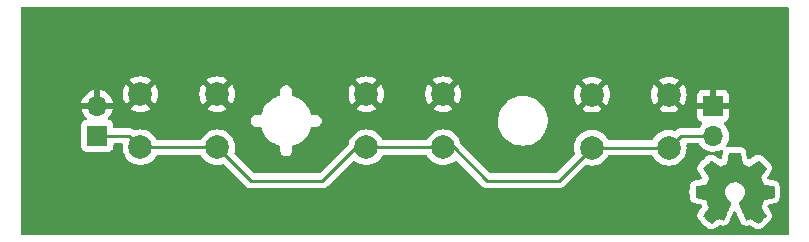
<source format=gbr>
%TF.GenerationSoftware,KiCad,Pcbnew,6.0.2-378541a8eb~116~ubuntu20.04.1*%
%TF.CreationDate,2022-03-07T20:24:28+01:00*%
%TF.ProjectId,contact-sensor,636f6e74-6163-4742-9d73-656e736f722e,0.1.0*%
%TF.SameCoordinates,Original*%
%TF.FileFunction,Copper,L2,Bot*%
%TF.FilePolarity,Positive*%
%FSLAX46Y46*%
G04 Gerber Fmt 4.6, Leading zero omitted, Abs format (unit mm)*
G04 Created by KiCad (PCBNEW 6.0.2-378541a8eb~116~ubuntu20.04.1) date 2022-03-07 20:24:28*
%MOMM*%
%LPD*%
G01*
G04 APERTURE LIST*
%TA.AperFunction,EtchedComponent*%
%ADD10C,0.010000*%
%TD*%
%TA.AperFunction,ComponentPad*%
%ADD11C,2.000000*%
%TD*%
%TA.AperFunction,ComponentPad*%
%ADD12O,1.700000X1.700000*%
%TD*%
%TA.AperFunction,ComponentPad*%
%ADD13R,1.700000X1.700000*%
%TD*%
%TA.AperFunction,Conductor*%
%ADD14C,0.250000*%
%TD*%
G04 APERTURE END LIST*
D10*
%TO.C,REF3*%
X100334186Y-97453931D02*
X100250365Y-97898555D01*
X100250365Y-97898555D02*
X99941080Y-98026053D01*
X99941080Y-98026053D02*
X99631794Y-98153551D01*
X99631794Y-98153551D02*
X99260754Y-97901246D01*
X99260754Y-97901246D02*
X99156843Y-97830996D01*
X99156843Y-97830996D02*
X99062913Y-97768272D01*
X99062913Y-97768272D02*
X98983348Y-97715938D01*
X98983348Y-97715938D02*
X98922530Y-97676857D01*
X98922530Y-97676857D02*
X98884843Y-97653893D01*
X98884843Y-97653893D02*
X98874579Y-97648942D01*
X98874579Y-97648942D02*
X98856090Y-97661676D01*
X98856090Y-97661676D02*
X98816580Y-97696882D01*
X98816580Y-97696882D02*
X98760478Y-97750062D01*
X98760478Y-97750062D02*
X98692213Y-97816718D01*
X98692213Y-97816718D02*
X98616214Y-97892354D01*
X98616214Y-97892354D02*
X98536908Y-97972472D01*
X98536908Y-97972472D02*
X98458725Y-98052574D01*
X98458725Y-98052574D02*
X98386093Y-98128164D01*
X98386093Y-98128164D02*
X98323441Y-98194745D01*
X98323441Y-98194745D02*
X98275197Y-98247818D01*
X98275197Y-98247818D02*
X98245790Y-98282887D01*
X98245790Y-98282887D02*
X98238759Y-98294623D01*
X98238759Y-98294623D02*
X98248877Y-98316260D01*
X98248877Y-98316260D02*
X98277241Y-98363662D01*
X98277241Y-98363662D02*
X98320871Y-98432193D01*
X98320871Y-98432193D02*
X98376782Y-98517215D01*
X98376782Y-98517215D02*
X98441994Y-98614093D01*
X98441994Y-98614093D02*
X98479781Y-98669350D01*
X98479781Y-98669350D02*
X98548657Y-98770248D01*
X98548657Y-98770248D02*
X98609860Y-98861299D01*
X98609860Y-98861299D02*
X98660422Y-98937970D01*
X98660422Y-98937970D02*
X98697372Y-98995728D01*
X98697372Y-98995728D02*
X98717742Y-99030043D01*
X98717742Y-99030043D02*
X98720803Y-99037254D01*
X98720803Y-99037254D02*
X98713864Y-99057748D01*
X98713864Y-99057748D02*
X98694949Y-99105513D01*
X98694949Y-99105513D02*
X98666913Y-99173832D01*
X98666913Y-99173832D02*
X98632609Y-99255989D01*
X98632609Y-99255989D02*
X98594891Y-99345270D01*
X98594891Y-99345270D02*
X98556613Y-99434958D01*
X98556613Y-99434958D02*
X98520630Y-99518338D01*
X98520630Y-99518338D02*
X98489794Y-99588694D01*
X98489794Y-99588694D02*
X98466961Y-99639310D01*
X98466961Y-99639310D02*
X98454983Y-99663471D01*
X98454983Y-99663471D02*
X98454276Y-99664422D01*
X98454276Y-99664422D02*
X98435469Y-99669036D01*
X98435469Y-99669036D02*
X98385382Y-99679328D01*
X98385382Y-99679328D02*
X98309207Y-99694287D01*
X98309207Y-99694287D02*
X98212135Y-99712901D01*
X98212135Y-99712901D02*
X98099357Y-99734159D01*
X98099357Y-99734159D02*
X98033558Y-99746418D01*
X98033558Y-99746418D02*
X97913050Y-99769362D01*
X97913050Y-99769362D02*
X97804203Y-99791195D01*
X97804203Y-99791195D02*
X97712524Y-99810722D01*
X97712524Y-99810722D02*
X97643519Y-99826748D01*
X97643519Y-99826748D02*
X97602696Y-99838079D01*
X97602696Y-99838079D02*
X97594489Y-99841674D01*
X97594489Y-99841674D02*
X97586452Y-99866006D01*
X97586452Y-99866006D02*
X97579967Y-99920959D01*
X97579967Y-99920959D02*
X97575030Y-100000108D01*
X97575030Y-100000108D02*
X97571636Y-100097026D01*
X97571636Y-100097026D02*
X97569782Y-100205287D01*
X97569782Y-100205287D02*
X97569462Y-100318465D01*
X97569462Y-100318465D02*
X97570673Y-100430135D01*
X97570673Y-100430135D02*
X97573410Y-100533868D01*
X97573410Y-100533868D02*
X97577669Y-100623241D01*
X97577669Y-100623241D02*
X97583445Y-100691826D01*
X97583445Y-100691826D02*
X97590733Y-100733197D01*
X97590733Y-100733197D02*
X97595105Y-100741810D01*
X97595105Y-100741810D02*
X97621236Y-100752133D01*
X97621236Y-100752133D02*
X97676607Y-100766892D01*
X97676607Y-100766892D02*
X97753893Y-100784352D01*
X97753893Y-100784352D02*
X97845770Y-100802780D01*
X97845770Y-100802780D02*
X97877842Y-100808741D01*
X97877842Y-100808741D02*
X98032476Y-100837066D01*
X98032476Y-100837066D02*
X98154625Y-100859876D01*
X98154625Y-100859876D02*
X98248327Y-100878080D01*
X98248327Y-100878080D02*
X98317616Y-100892583D01*
X98317616Y-100892583D02*
X98366529Y-100904292D01*
X98366529Y-100904292D02*
X98399103Y-100914115D01*
X98399103Y-100914115D02*
X98419372Y-100922956D01*
X98419372Y-100922956D02*
X98431374Y-100931724D01*
X98431374Y-100931724D02*
X98433053Y-100933457D01*
X98433053Y-100933457D02*
X98449816Y-100961371D01*
X98449816Y-100961371D02*
X98475386Y-101015695D01*
X98475386Y-101015695D02*
X98507212Y-101089777D01*
X98507212Y-101089777D02*
X98542740Y-101176965D01*
X98542740Y-101176965D02*
X98579417Y-101270608D01*
X98579417Y-101270608D02*
X98614689Y-101364052D01*
X98614689Y-101364052D02*
X98646004Y-101450647D01*
X98646004Y-101450647D02*
X98670807Y-101523740D01*
X98670807Y-101523740D02*
X98686546Y-101576678D01*
X98686546Y-101576678D02*
X98690668Y-101602811D01*
X98690668Y-101602811D02*
X98690324Y-101603726D01*
X98690324Y-101603726D02*
X98676359Y-101625086D01*
X98676359Y-101625086D02*
X98644678Y-101672084D01*
X98644678Y-101672084D02*
X98598609Y-101739827D01*
X98598609Y-101739827D02*
X98541482Y-101823423D01*
X98541482Y-101823423D02*
X98476627Y-101917982D01*
X98476627Y-101917982D02*
X98458157Y-101944854D01*
X98458157Y-101944854D02*
X98392301Y-102042275D01*
X98392301Y-102042275D02*
X98334350Y-102131163D01*
X98334350Y-102131163D02*
X98287462Y-102206412D01*
X98287462Y-102206412D02*
X98254793Y-102262920D01*
X98254793Y-102262920D02*
X98239500Y-102295581D01*
X98239500Y-102295581D02*
X98238759Y-102299593D01*
X98238759Y-102299593D02*
X98251608Y-102320684D01*
X98251608Y-102320684D02*
X98287112Y-102362464D01*
X98287112Y-102362464D02*
X98340707Y-102420445D01*
X98340707Y-102420445D02*
X98407829Y-102490135D01*
X98407829Y-102490135D02*
X98483913Y-102567045D01*
X98483913Y-102567045D02*
X98564396Y-102646683D01*
X98564396Y-102646683D02*
X98644713Y-102724561D01*
X98644713Y-102724561D02*
X98720301Y-102796186D01*
X98720301Y-102796186D02*
X98786595Y-102857070D01*
X98786595Y-102857070D02*
X98839031Y-102902721D01*
X98839031Y-102902721D02*
X98873045Y-102928650D01*
X98873045Y-102928650D02*
X98882455Y-102932883D01*
X98882455Y-102932883D02*
X98904357Y-102922912D01*
X98904357Y-102922912D02*
X98949200Y-102896020D01*
X98949200Y-102896020D02*
X99009679Y-102856736D01*
X99009679Y-102856736D02*
X99056211Y-102825117D01*
X99056211Y-102825117D02*
X99140525Y-102767098D01*
X99140525Y-102767098D02*
X99240374Y-102698784D01*
X99240374Y-102698784D02*
X99340527Y-102630579D01*
X99340527Y-102630579D02*
X99394373Y-102594075D01*
X99394373Y-102594075D02*
X99576629Y-102470800D01*
X99576629Y-102470800D02*
X99729619Y-102553520D01*
X99729619Y-102553520D02*
X99799318Y-102589759D01*
X99799318Y-102589759D02*
X99858586Y-102617926D01*
X99858586Y-102617926D02*
X99898689Y-102633991D01*
X99898689Y-102633991D02*
X99908897Y-102636226D01*
X99908897Y-102636226D02*
X99921171Y-102619722D01*
X99921171Y-102619722D02*
X99945387Y-102573082D01*
X99945387Y-102573082D02*
X99979737Y-102500609D01*
X99979737Y-102500609D02*
X100022412Y-102406606D01*
X100022412Y-102406606D02*
X100071606Y-102295374D01*
X100071606Y-102295374D02*
X100125510Y-102171215D01*
X100125510Y-102171215D02*
X100182316Y-102038432D01*
X100182316Y-102038432D02*
X100240218Y-101901327D01*
X100240218Y-101901327D02*
X100297407Y-101764202D01*
X100297407Y-101764202D02*
X100352076Y-101631358D01*
X100352076Y-101631358D02*
X100402416Y-101507098D01*
X100402416Y-101507098D02*
X100446620Y-101395725D01*
X100446620Y-101395725D02*
X100482881Y-101301539D01*
X100482881Y-101301539D02*
X100509391Y-101228844D01*
X100509391Y-101228844D02*
X100524342Y-101181941D01*
X100524342Y-101181941D02*
X100526746Y-101165833D01*
X100526746Y-101165833D02*
X100507689Y-101145286D01*
X100507689Y-101145286D02*
X100465964Y-101111933D01*
X100465964Y-101111933D02*
X100410294Y-101072702D01*
X100410294Y-101072702D02*
X100405622Y-101069599D01*
X100405622Y-101069599D02*
X100261736Y-100954423D01*
X100261736Y-100954423D02*
X100145717Y-100820053D01*
X100145717Y-100820053D02*
X100058570Y-100670784D01*
X100058570Y-100670784D02*
X100001301Y-100510913D01*
X100001301Y-100510913D02*
X99974914Y-100344737D01*
X99974914Y-100344737D02*
X99980415Y-100176552D01*
X99980415Y-100176552D02*
X100018810Y-100010655D01*
X100018810Y-100010655D02*
X100091105Y-99851342D01*
X100091105Y-99851342D02*
X100112374Y-99816487D01*
X100112374Y-99816487D02*
X100223004Y-99675737D01*
X100223004Y-99675737D02*
X100353698Y-99562714D01*
X100353698Y-99562714D02*
X100499936Y-99478003D01*
X100499936Y-99478003D02*
X100657192Y-99422194D01*
X100657192Y-99422194D02*
X100820943Y-99395874D01*
X100820943Y-99395874D02*
X100986667Y-99399630D01*
X100986667Y-99399630D02*
X101149838Y-99434050D01*
X101149838Y-99434050D02*
X101305935Y-99499723D01*
X101305935Y-99499723D02*
X101450433Y-99597235D01*
X101450433Y-99597235D02*
X101495131Y-99636813D01*
X101495131Y-99636813D02*
X101608888Y-99760703D01*
X101608888Y-99760703D02*
X101691782Y-99891124D01*
X101691782Y-99891124D02*
X101748644Y-100037315D01*
X101748644Y-100037315D02*
X101780313Y-100182088D01*
X101780313Y-100182088D02*
X101788131Y-100344860D01*
X101788131Y-100344860D02*
X101762062Y-100508440D01*
X101762062Y-100508440D02*
X101704755Y-100667298D01*
X101704755Y-100667298D02*
X101618856Y-100815906D01*
X101618856Y-100815906D02*
X101507014Y-100948735D01*
X101507014Y-100948735D02*
X101371877Y-101060256D01*
X101371877Y-101060256D02*
X101354117Y-101072011D01*
X101354117Y-101072011D02*
X101297850Y-101110508D01*
X101297850Y-101110508D02*
X101255077Y-101143863D01*
X101255077Y-101143863D02*
X101234628Y-101165160D01*
X101234628Y-101165160D02*
X101234331Y-101165833D01*
X101234331Y-101165833D02*
X101238721Y-101188871D01*
X101238721Y-101188871D02*
X101256124Y-101241157D01*
X101256124Y-101241157D02*
X101284732Y-101318390D01*
X101284732Y-101318390D02*
X101322735Y-101416268D01*
X101322735Y-101416268D02*
X101368326Y-101530491D01*
X101368326Y-101530491D02*
X101419697Y-101656758D01*
X101419697Y-101656758D02*
X101475038Y-101790767D01*
X101475038Y-101790767D02*
X101532542Y-101928218D01*
X101532542Y-101928218D02*
X101590399Y-102064808D01*
X101590399Y-102064808D02*
X101646802Y-102196237D01*
X101646802Y-102196237D02*
X101699942Y-102318205D01*
X101699942Y-102318205D02*
X101748010Y-102426409D01*
X101748010Y-102426409D02*
X101789199Y-102516549D01*
X101789199Y-102516549D02*
X101821699Y-102584323D01*
X101821699Y-102584323D02*
X101843703Y-102625430D01*
X101843703Y-102625430D02*
X101852564Y-102636226D01*
X101852564Y-102636226D02*
X101879640Y-102627819D01*
X101879640Y-102627819D02*
X101930303Y-102605272D01*
X101930303Y-102605272D02*
X101995817Y-102572613D01*
X101995817Y-102572613D02*
X102031841Y-102553520D01*
X102031841Y-102553520D02*
X102184832Y-102470800D01*
X102184832Y-102470800D02*
X102367088Y-102594075D01*
X102367088Y-102594075D02*
X102460125Y-102657228D01*
X102460125Y-102657228D02*
X102561985Y-102726727D01*
X102561985Y-102726727D02*
X102657438Y-102792165D01*
X102657438Y-102792165D02*
X102705250Y-102825117D01*
X102705250Y-102825117D02*
X102772495Y-102870273D01*
X102772495Y-102870273D02*
X102829436Y-102906057D01*
X102829436Y-102906057D02*
X102868646Y-102927938D01*
X102868646Y-102927938D02*
X102881381Y-102932563D01*
X102881381Y-102932563D02*
X102899917Y-102920085D01*
X102899917Y-102920085D02*
X102940941Y-102885252D01*
X102940941Y-102885252D02*
X103000475Y-102831678D01*
X103000475Y-102831678D02*
X103074542Y-102762983D01*
X103074542Y-102762983D02*
X103159165Y-102682781D01*
X103159165Y-102682781D02*
X103212685Y-102631286D01*
X103212685Y-102631286D02*
X103306319Y-102539286D01*
X103306319Y-102539286D02*
X103387241Y-102456999D01*
X103387241Y-102456999D02*
X103452177Y-102387945D01*
X103452177Y-102387945D02*
X103497858Y-102335644D01*
X103497858Y-102335644D02*
X103521011Y-102303616D01*
X103521011Y-102303616D02*
X103523232Y-102297116D01*
X103523232Y-102297116D02*
X103512924Y-102272394D01*
X103512924Y-102272394D02*
X103484439Y-102222405D01*
X103484439Y-102222405D02*
X103440937Y-102152212D01*
X103440937Y-102152212D02*
X103385577Y-102066875D01*
X103385577Y-102066875D02*
X103321520Y-101971456D01*
X103321520Y-101971456D02*
X103303303Y-101944854D01*
X103303303Y-101944854D02*
X103236927Y-101848167D01*
X103236927Y-101848167D02*
X103177378Y-101761117D01*
X103177378Y-101761117D02*
X103127984Y-101688595D01*
X103127984Y-101688595D02*
X103092075Y-101635493D01*
X103092075Y-101635493D02*
X103072981Y-101606703D01*
X103072981Y-101606703D02*
X103071136Y-101603726D01*
X103071136Y-101603726D02*
X103073895Y-101580782D01*
X103073895Y-101580782D02*
X103088538Y-101530336D01*
X103088538Y-101530336D02*
X103112513Y-101459041D01*
X103112513Y-101459041D02*
X103143266Y-101373547D01*
X103143266Y-101373547D02*
X103178244Y-101280507D01*
X103178244Y-101280507D02*
X103214893Y-101186574D01*
X103214893Y-101186574D02*
X103250661Y-101098399D01*
X103250661Y-101098399D02*
X103282994Y-101022634D01*
X103282994Y-101022634D02*
X103309338Y-100965931D01*
X103309338Y-100965931D02*
X103327142Y-100934943D01*
X103327142Y-100934943D02*
X103328407Y-100933457D01*
X103328407Y-100933457D02*
X103339294Y-100924601D01*
X103339294Y-100924601D02*
X103357682Y-100915843D01*
X103357682Y-100915843D02*
X103387606Y-100906277D01*
X103387606Y-100906277D02*
X103433103Y-100894996D01*
X103433103Y-100894996D02*
X103498209Y-100881093D01*
X103498209Y-100881093D02*
X103586961Y-100863663D01*
X103586961Y-100863663D02*
X103703393Y-100841798D01*
X103703393Y-100841798D02*
X103851542Y-100814591D01*
X103851542Y-100814591D02*
X103883618Y-100808741D01*
X103883618Y-100808741D02*
X103978686Y-100790374D01*
X103978686Y-100790374D02*
X104061565Y-100772405D01*
X104061565Y-100772405D02*
X104124930Y-100756569D01*
X104124930Y-100756569D02*
X104161458Y-100744600D01*
X104161458Y-100744600D02*
X104166356Y-100741810D01*
X104166356Y-100741810D02*
X104174427Y-100717072D01*
X104174427Y-100717072D02*
X104180987Y-100661790D01*
X104180987Y-100661790D02*
X104186033Y-100582389D01*
X104186033Y-100582389D02*
X104189559Y-100485296D01*
X104189559Y-100485296D02*
X104191561Y-100376938D01*
X104191561Y-100376938D02*
X104192036Y-100263740D01*
X104192036Y-100263740D02*
X104190977Y-100152128D01*
X104190977Y-100152128D02*
X104188382Y-100048529D01*
X104188382Y-100048529D02*
X104184246Y-99959368D01*
X104184246Y-99959368D02*
X104178563Y-99891072D01*
X104178563Y-99891072D02*
X104171331Y-99850066D01*
X104171331Y-99850066D02*
X104166971Y-99841674D01*
X104166971Y-99841674D02*
X104142698Y-99833208D01*
X104142698Y-99833208D02*
X104087426Y-99819435D01*
X104087426Y-99819435D02*
X104006662Y-99801550D01*
X104006662Y-99801550D02*
X103905912Y-99780748D01*
X103905912Y-99780748D02*
X103790683Y-99758223D01*
X103790683Y-99758223D02*
X103727902Y-99746418D01*
X103727902Y-99746418D02*
X103608787Y-99724151D01*
X103608787Y-99724151D02*
X103502565Y-99703979D01*
X103502565Y-99703979D02*
X103414427Y-99686915D01*
X103414427Y-99686915D02*
X103349566Y-99673969D01*
X103349566Y-99673969D02*
X103313174Y-99666155D01*
X103313174Y-99666155D02*
X103307184Y-99664422D01*
X103307184Y-99664422D02*
X103297061Y-99644890D01*
X103297061Y-99644890D02*
X103275662Y-99597843D01*
X103275662Y-99597843D02*
X103245839Y-99530003D01*
X103245839Y-99530003D02*
X103210445Y-99448091D01*
X103210445Y-99448091D02*
X103172332Y-99358828D01*
X103172332Y-99358828D02*
X103134353Y-99268935D01*
X103134353Y-99268935D02*
X103099360Y-99185135D01*
X103099360Y-99185135D02*
X103070206Y-99114147D01*
X103070206Y-99114147D02*
X103049743Y-99062694D01*
X103049743Y-99062694D02*
X103040823Y-99037497D01*
X103040823Y-99037497D02*
X103040657Y-99036396D01*
X103040657Y-99036396D02*
X103050769Y-99016519D01*
X103050769Y-99016519D02*
X103079117Y-98970777D01*
X103079117Y-98970777D02*
X103122723Y-98903717D01*
X103122723Y-98903717D02*
X103178606Y-98819884D01*
X103178606Y-98819884D02*
X103243787Y-98723826D01*
X103243787Y-98723826D02*
X103281679Y-98668650D01*
X103281679Y-98668650D02*
X103350725Y-98567481D01*
X103350725Y-98567481D02*
X103412050Y-98475630D01*
X103412050Y-98475630D02*
X103462663Y-98397744D01*
X103462663Y-98397744D02*
X103499571Y-98338469D01*
X103499571Y-98338469D02*
X103519782Y-98302451D01*
X103519782Y-98302451D02*
X103522701Y-98294377D01*
X103522701Y-98294377D02*
X103510153Y-98275584D01*
X103510153Y-98275584D02*
X103475463Y-98235457D01*
X103475463Y-98235457D02*
X103423063Y-98178493D01*
X103423063Y-98178493D02*
X103357384Y-98109185D01*
X103357384Y-98109185D02*
X103282856Y-98032031D01*
X103282856Y-98032031D02*
X103203913Y-97951525D01*
X103203913Y-97951525D02*
X103124983Y-97872163D01*
X103124983Y-97872163D02*
X103050500Y-97798440D01*
X103050500Y-97798440D02*
X102984894Y-97734852D01*
X102984894Y-97734852D02*
X102932596Y-97685894D01*
X102932596Y-97685894D02*
X102898039Y-97656061D01*
X102898039Y-97656061D02*
X102886478Y-97648942D01*
X102886478Y-97648942D02*
X102867654Y-97658953D01*
X102867654Y-97658953D02*
X102822631Y-97687078D01*
X102822631Y-97687078D02*
X102755787Y-97730454D01*
X102755787Y-97730454D02*
X102671499Y-97786218D01*
X102671499Y-97786218D02*
X102574144Y-97851506D01*
X102574144Y-97851506D02*
X102500707Y-97901246D01*
X102500707Y-97901246D02*
X102129667Y-98153551D01*
X102129667Y-98153551D02*
X101511095Y-97898555D01*
X101511095Y-97898555D02*
X101427275Y-97453931D01*
X101427275Y-97453931D02*
X101343454Y-97009307D01*
X101343454Y-97009307D02*
X100418006Y-97009307D01*
X100418006Y-97009307D02*
X100334186Y-97453931D01*
X100334186Y-97453931D02*
X100334186Y-97453931D01*
G36*
X101427275Y-97453931D02*
G01*
X101511095Y-97898555D01*
X102129667Y-98153551D01*
X102500707Y-97901246D01*
X102574144Y-97851506D01*
X102671499Y-97786218D01*
X102755787Y-97730454D01*
X102822631Y-97687078D01*
X102867654Y-97658953D01*
X102886478Y-97648942D01*
X102898039Y-97656061D01*
X102932596Y-97685894D01*
X102984894Y-97734852D01*
X103050500Y-97798440D01*
X103124983Y-97872163D01*
X103203913Y-97951525D01*
X103282856Y-98032031D01*
X103357384Y-98109185D01*
X103423063Y-98178493D01*
X103475463Y-98235457D01*
X103510153Y-98275584D01*
X103522701Y-98294377D01*
X103519782Y-98302451D01*
X103499571Y-98338469D01*
X103462663Y-98397744D01*
X103412050Y-98475630D01*
X103350725Y-98567481D01*
X103281679Y-98668650D01*
X103243787Y-98723826D01*
X103178606Y-98819884D01*
X103122723Y-98903717D01*
X103079117Y-98970777D01*
X103050769Y-99016519D01*
X103040657Y-99036396D01*
X103040823Y-99037497D01*
X103049743Y-99062694D01*
X103070206Y-99114147D01*
X103099360Y-99185135D01*
X103134353Y-99268935D01*
X103172332Y-99358828D01*
X103210445Y-99448091D01*
X103245839Y-99530003D01*
X103275662Y-99597843D01*
X103297061Y-99644890D01*
X103307184Y-99664422D01*
X103313174Y-99666155D01*
X103349566Y-99673969D01*
X103414427Y-99686915D01*
X103502565Y-99703979D01*
X103608787Y-99724151D01*
X103727902Y-99746418D01*
X103790683Y-99758223D01*
X103905912Y-99780748D01*
X104006662Y-99801550D01*
X104087426Y-99819435D01*
X104142698Y-99833208D01*
X104166971Y-99841674D01*
X104171331Y-99850066D01*
X104178563Y-99891072D01*
X104184246Y-99959368D01*
X104188382Y-100048529D01*
X104190977Y-100152128D01*
X104192036Y-100263740D01*
X104191561Y-100376938D01*
X104189559Y-100485296D01*
X104186033Y-100582389D01*
X104180987Y-100661790D01*
X104174427Y-100717072D01*
X104166356Y-100741810D01*
X104161458Y-100744600D01*
X104124930Y-100756569D01*
X104061565Y-100772405D01*
X103978686Y-100790374D01*
X103883618Y-100808741D01*
X103851542Y-100814591D01*
X103703393Y-100841798D01*
X103586961Y-100863663D01*
X103498209Y-100881093D01*
X103433103Y-100894996D01*
X103387606Y-100906277D01*
X103357682Y-100915843D01*
X103339294Y-100924601D01*
X103328407Y-100933457D01*
X103327142Y-100934943D01*
X103309338Y-100965931D01*
X103282994Y-101022634D01*
X103250661Y-101098399D01*
X103214893Y-101186574D01*
X103178244Y-101280507D01*
X103143266Y-101373547D01*
X103112513Y-101459041D01*
X103088538Y-101530336D01*
X103073895Y-101580782D01*
X103071136Y-101603726D01*
X103072981Y-101606703D01*
X103092075Y-101635493D01*
X103127984Y-101688595D01*
X103177378Y-101761117D01*
X103236927Y-101848167D01*
X103303303Y-101944854D01*
X103321520Y-101971456D01*
X103385577Y-102066875D01*
X103440937Y-102152212D01*
X103484439Y-102222405D01*
X103512924Y-102272394D01*
X103523232Y-102297116D01*
X103521011Y-102303616D01*
X103497858Y-102335644D01*
X103452177Y-102387945D01*
X103387241Y-102456999D01*
X103306319Y-102539286D01*
X103212685Y-102631286D01*
X103159165Y-102682781D01*
X103074542Y-102762983D01*
X103000475Y-102831678D01*
X102940941Y-102885252D01*
X102899917Y-102920085D01*
X102881381Y-102932563D01*
X102868646Y-102927938D01*
X102829436Y-102906057D01*
X102772495Y-102870273D01*
X102705250Y-102825117D01*
X102657438Y-102792165D01*
X102561985Y-102726727D01*
X102460125Y-102657228D01*
X102367088Y-102594075D01*
X102184832Y-102470800D01*
X102031841Y-102553520D01*
X101995817Y-102572613D01*
X101930303Y-102605272D01*
X101879640Y-102627819D01*
X101852564Y-102636226D01*
X101843703Y-102625430D01*
X101821699Y-102584323D01*
X101789199Y-102516549D01*
X101748010Y-102426409D01*
X101699942Y-102318205D01*
X101646802Y-102196237D01*
X101590399Y-102064808D01*
X101532542Y-101928218D01*
X101475038Y-101790767D01*
X101419697Y-101656758D01*
X101368326Y-101530491D01*
X101322735Y-101416268D01*
X101284732Y-101318390D01*
X101256124Y-101241157D01*
X101238721Y-101188871D01*
X101234331Y-101165833D01*
X101234628Y-101165160D01*
X101255077Y-101143863D01*
X101297850Y-101110508D01*
X101354117Y-101072011D01*
X101371877Y-101060256D01*
X101507014Y-100948735D01*
X101618856Y-100815906D01*
X101704755Y-100667298D01*
X101762062Y-100508440D01*
X101788131Y-100344860D01*
X101780313Y-100182088D01*
X101748644Y-100037315D01*
X101691782Y-99891124D01*
X101608888Y-99760703D01*
X101495131Y-99636813D01*
X101450433Y-99597235D01*
X101305935Y-99499723D01*
X101149838Y-99434050D01*
X100986667Y-99399630D01*
X100820943Y-99395874D01*
X100657192Y-99422194D01*
X100499936Y-99478003D01*
X100353698Y-99562714D01*
X100223004Y-99675737D01*
X100112374Y-99816487D01*
X100091105Y-99851342D01*
X100018810Y-100010655D01*
X99980415Y-100176552D01*
X99974914Y-100344737D01*
X100001301Y-100510913D01*
X100058570Y-100670784D01*
X100145717Y-100820053D01*
X100261736Y-100954423D01*
X100405622Y-101069599D01*
X100410294Y-101072702D01*
X100465964Y-101111933D01*
X100507689Y-101145286D01*
X100526746Y-101165833D01*
X100524342Y-101181941D01*
X100509391Y-101228844D01*
X100482881Y-101301539D01*
X100446620Y-101395725D01*
X100402416Y-101507098D01*
X100352076Y-101631358D01*
X100297407Y-101764202D01*
X100240218Y-101901327D01*
X100182316Y-102038432D01*
X100125510Y-102171215D01*
X100071606Y-102295374D01*
X100022412Y-102406606D01*
X99979737Y-102500609D01*
X99945387Y-102573082D01*
X99921171Y-102619722D01*
X99908897Y-102636226D01*
X99898689Y-102633991D01*
X99858586Y-102617926D01*
X99799318Y-102589759D01*
X99729619Y-102553520D01*
X99576629Y-102470800D01*
X99394373Y-102594075D01*
X99340527Y-102630579D01*
X99240374Y-102698784D01*
X99140525Y-102767098D01*
X99056211Y-102825117D01*
X99009679Y-102856736D01*
X98949200Y-102896020D01*
X98904357Y-102922912D01*
X98882455Y-102932883D01*
X98873045Y-102928650D01*
X98839031Y-102902721D01*
X98786595Y-102857070D01*
X98720301Y-102796186D01*
X98644713Y-102724561D01*
X98564396Y-102646683D01*
X98483913Y-102567045D01*
X98407829Y-102490135D01*
X98340707Y-102420445D01*
X98287112Y-102362464D01*
X98251608Y-102320684D01*
X98238759Y-102299593D01*
X98239500Y-102295581D01*
X98254793Y-102262920D01*
X98287462Y-102206412D01*
X98334350Y-102131163D01*
X98392301Y-102042275D01*
X98458157Y-101944854D01*
X98476627Y-101917982D01*
X98541482Y-101823423D01*
X98598609Y-101739827D01*
X98644678Y-101672084D01*
X98676359Y-101625086D01*
X98690324Y-101603726D01*
X98690668Y-101602811D01*
X98686546Y-101576678D01*
X98670807Y-101523740D01*
X98646004Y-101450647D01*
X98614689Y-101364052D01*
X98579417Y-101270608D01*
X98542740Y-101176965D01*
X98507212Y-101089777D01*
X98475386Y-101015695D01*
X98449816Y-100961371D01*
X98433053Y-100933457D01*
X98431374Y-100931724D01*
X98419372Y-100922956D01*
X98399103Y-100914115D01*
X98366529Y-100904292D01*
X98317616Y-100892583D01*
X98248327Y-100878080D01*
X98154625Y-100859876D01*
X98032476Y-100837066D01*
X97877842Y-100808741D01*
X97845770Y-100802780D01*
X97753893Y-100784352D01*
X97676607Y-100766892D01*
X97621236Y-100752133D01*
X97595105Y-100741810D01*
X97590733Y-100733197D01*
X97583445Y-100691826D01*
X97577669Y-100623241D01*
X97573410Y-100533868D01*
X97570673Y-100430135D01*
X97569462Y-100318465D01*
X97569782Y-100205287D01*
X97571636Y-100097026D01*
X97575030Y-100000108D01*
X97579967Y-99920959D01*
X97586452Y-99866006D01*
X97594489Y-99841674D01*
X97602696Y-99838079D01*
X97643519Y-99826748D01*
X97712524Y-99810722D01*
X97804203Y-99791195D01*
X97913050Y-99769362D01*
X98033558Y-99746418D01*
X98099357Y-99734159D01*
X98212135Y-99712901D01*
X98309207Y-99694287D01*
X98385382Y-99679328D01*
X98435469Y-99669036D01*
X98454276Y-99664422D01*
X98454983Y-99663471D01*
X98466961Y-99639310D01*
X98489794Y-99588694D01*
X98520630Y-99518338D01*
X98556613Y-99434958D01*
X98594891Y-99345270D01*
X98632609Y-99255989D01*
X98666913Y-99173832D01*
X98694949Y-99105513D01*
X98713864Y-99057748D01*
X98720803Y-99037254D01*
X98717742Y-99030043D01*
X98697372Y-98995728D01*
X98660422Y-98937970D01*
X98609860Y-98861299D01*
X98548657Y-98770248D01*
X98479781Y-98669350D01*
X98441994Y-98614093D01*
X98376782Y-98517215D01*
X98320871Y-98432193D01*
X98277241Y-98363662D01*
X98248877Y-98316260D01*
X98238759Y-98294623D01*
X98245790Y-98282887D01*
X98275197Y-98247818D01*
X98323441Y-98194745D01*
X98386093Y-98128164D01*
X98458725Y-98052574D01*
X98536908Y-97972472D01*
X98616214Y-97892354D01*
X98692213Y-97816718D01*
X98760478Y-97750062D01*
X98816580Y-97696882D01*
X98856090Y-97661676D01*
X98874579Y-97648942D01*
X98884843Y-97653893D01*
X98922530Y-97676857D01*
X98983348Y-97715938D01*
X99062913Y-97768272D01*
X99156843Y-97830996D01*
X99260754Y-97901246D01*
X99631794Y-98153551D01*
X99941080Y-98026053D01*
X100250365Y-97898555D01*
X100334186Y-97453931D01*
X100418006Y-97009307D01*
X101343454Y-97009307D01*
X101427275Y-97453931D01*
G37*
X101427275Y-97453931D02*
X101511095Y-97898555D01*
X102129667Y-98153551D01*
X102500707Y-97901246D01*
X102574144Y-97851506D01*
X102671499Y-97786218D01*
X102755787Y-97730454D01*
X102822631Y-97687078D01*
X102867654Y-97658953D01*
X102886478Y-97648942D01*
X102898039Y-97656061D01*
X102932596Y-97685894D01*
X102984894Y-97734852D01*
X103050500Y-97798440D01*
X103124983Y-97872163D01*
X103203913Y-97951525D01*
X103282856Y-98032031D01*
X103357384Y-98109185D01*
X103423063Y-98178493D01*
X103475463Y-98235457D01*
X103510153Y-98275584D01*
X103522701Y-98294377D01*
X103519782Y-98302451D01*
X103499571Y-98338469D01*
X103462663Y-98397744D01*
X103412050Y-98475630D01*
X103350725Y-98567481D01*
X103281679Y-98668650D01*
X103243787Y-98723826D01*
X103178606Y-98819884D01*
X103122723Y-98903717D01*
X103079117Y-98970777D01*
X103050769Y-99016519D01*
X103040657Y-99036396D01*
X103040823Y-99037497D01*
X103049743Y-99062694D01*
X103070206Y-99114147D01*
X103099360Y-99185135D01*
X103134353Y-99268935D01*
X103172332Y-99358828D01*
X103210445Y-99448091D01*
X103245839Y-99530003D01*
X103275662Y-99597843D01*
X103297061Y-99644890D01*
X103307184Y-99664422D01*
X103313174Y-99666155D01*
X103349566Y-99673969D01*
X103414427Y-99686915D01*
X103502565Y-99703979D01*
X103608787Y-99724151D01*
X103727902Y-99746418D01*
X103790683Y-99758223D01*
X103905912Y-99780748D01*
X104006662Y-99801550D01*
X104087426Y-99819435D01*
X104142698Y-99833208D01*
X104166971Y-99841674D01*
X104171331Y-99850066D01*
X104178563Y-99891072D01*
X104184246Y-99959368D01*
X104188382Y-100048529D01*
X104190977Y-100152128D01*
X104192036Y-100263740D01*
X104191561Y-100376938D01*
X104189559Y-100485296D01*
X104186033Y-100582389D01*
X104180987Y-100661790D01*
X104174427Y-100717072D01*
X104166356Y-100741810D01*
X104161458Y-100744600D01*
X104124930Y-100756569D01*
X104061565Y-100772405D01*
X103978686Y-100790374D01*
X103883618Y-100808741D01*
X103851542Y-100814591D01*
X103703393Y-100841798D01*
X103586961Y-100863663D01*
X103498209Y-100881093D01*
X103433103Y-100894996D01*
X103387606Y-100906277D01*
X103357682Y-100915843D01*
X103339294Y-100924601D01*
X103328407Y-100933457D01*
X103327142Y-100934943D01*
X103309338Y-100965931D01*
X103282994Y-101022634D01*
X103250661Y-101098399D01*
X103214893Y-101186574D01*
X103178244Y-101280507D01*
X103143266Y-101373547D01*
X103112513Y-101459041D01*
X103088538Y-101530336D01*
X103073895Y-101580782D01*
X103071136Y-101603726D01*
X103072981Y-101606703D01*
X103092075Y-101635493D01*
X103127984Y-101688595D01*
X103177378Y-101761117D01*
X103236927Y-101848167D01*
X103303303Y-101944854D01*
X103321520Y-101971456D01*
X103385577Y-102066875D01*
X103440937Y-102152212D01*
X103484439Y-102222405D01*
X103512924Y-102272394D01*
X103523232Y-102297116D01*
X103521011Y-102303616D01*
X103497858Y-102335644D01*
X103452177Y-102387945D01*
X103387241Y-102456999D01*
X103306319Y-102539286D01*
X103212685Y-102631286D01*
X103159165Y-102682781D01*
X103074542Y-102762983D01*
X103000475Y-102831678D01*
X102940941Y-102885252D01*
X102899917Y-102920085D01*
X102881381Y-102932563D01*
X102868646Y-102927938D01*
X102829436Y-102906057D01*
X102772495Y-102870273D01*
X102705250Y-102825117D01*
X102657438Y-102792165D01*
X102561985Y-102726727D01*
X102460125Y-102657228D01*
X102367088Y-102594075D01*
X102184832Y-102470800D01*
X102031841Y-102553520D01*
X101995817Y-102572613D01*
X101930303Y-102605272D01*
X101879640Y-102627819D01*
X101852564Y-102636226D01*
X101843703Y-102625430D01*
X101821699Y-102584323D01*
X101789199Y-102516549D01*
X101748010Y-102426409D01*
X101699942Y-102318205D01*
X101646802Y-102196237D01*
X101590399Y-102064808D01*
X101532542Y-101928218D01*
X101475038Y-101790767D01*
X101419697Y-101656758D01*
X101368326Y-101530491D01*
X101322735Y-101416268D01*
X101284732Y-101318390D01*
X101256124Y-101241157D01*
X101238721Y-101188871D01*
X101234331Y-101165833D01*
X101234628Y-101165160D01*
X101255077Y-101143863D01*
X101297850Y-101110508D01*
X101354117Y-101072011D01*
X101371877Y-101060256D01*
X101507014Y-100948735D01*
X101618856Y-100815906D01*
X101704755Y-100667298D01*
X101762062Y-100508440D01*
X101788131Y-100344860D01*
X101780313Y-100182088D01*
X101748644Y-100037315D01*
X101691782Y-99891124D01*
X101608888Y-99760703D01*
X101495131Y-99636813D01*
X101450433Y-99597235D01*
X101305935Y-99499723D01*
X101149838Y-99434050D01*
X100986667Y-99399630D01*
X100820943Y-99395874D01*
X100657192Y-99422194D01*
X100499936Y-99478003D01*
X100353698Y-99562714D01*
X100223004Y-99675737D01*
X100112374Y-99816487D01*
X100091105Y-99851342D01*
X100018810Y-100010655D01*
X99980415Y-100176552D01*
X99974914Y-100344737D01*
X100001301Y-100510913D01*
X100058570Y-100670784D01*
X100145717Y-100820053D01*
X100261736Y-100954423D01*
X100405622Y-101069599D01*
X100410294Y-101072702D01*
X100465964Y-101111933D01*
X100507689Y-101145286D01*
X100526746Y-101165833D01*
X100524342Y-101181941D01*
X100509391Y-101228844D01*
X100482881Y-101301539D01*
X100446620Y-101395725D01*
X100402416Y-101507098D01*
X100352076Y-101631358D01*
X100297407Y-101764202D01*
X100240218Y-101901327D01*
X100182316Y-102038432D01*
X100125510Y-102171215D01*
X100071606Y-102295374D01*
X100022412Y-102406606D01*
X99979737Y-102500609D01*
X99945387Y-102573082D01*
X99921171Y-102619722D01*
X99908897Y-102636226D01*
X99898689Y-102633991D01*
X99858586Y-102617926D01*
X99799318Y-102589759D01*
X99729619Y-102553520D01*
X99576629Y-102470800D01*
X99394373Y-102594075D01*
X99340527Y-102630579D01*
X99240374Y-102698784D01*
X99140525Y-102767098D01*
X99056211Y-102825117D01*
X99009679Y-102856736D01*
X98949200Y-102896020D01*
X98904357Y-102922912D01*
X98882455Y-102932883D01*
X98873045Y-102928650D01*
X98839031Y-102902721D01*
X98786595Y-102857070D01*
X98720301Y-102796186D01*
X98644713Y-102724561D01*
X98564396Y-102646683D01*
X98483913Y-102567045D01*
X98407829Y-102490135D01*
X98340707Y-102420445D01*
X98287112Y-102362464D01*
X98251608Y-102320684D01*
X98238759Y-102299593D01*
X98239500Y-102295581D01*
X98254793Y-102262920D01*
X98287462Y-102206412D01*
X98334350Y-102131163D01*
X98392301Y-102042275D01*
X98458157Y-101944854D01*
X98476627Y-101917982D01*
X98541482Y-101823423D01*
X98598609Y-101739827D01*
X98644678Y-101672084D01*
X98676359Y-101625086D01*
X98690324Y-101603726D01*
X98690668Y-101602811D01*
X98686546Y-101576678D01*
X98670807Y-101523740D01*
X98646004Y-101450647D01*
X98614689Y-101364052D01*
X98579417Y-101270608D01*
X98542740Y-101176965D01*
X98507212Y-101089777D01*
X98475386Y-101015695D01*
X98449816Y-100961371D01*
X98433053Y-100933457D01*
X98431374Y-100931724D01*
X98419372Y-100922956D01*
X98399103Y-100914115D01*
X98366529Y-100904292D01*
X98317616Y-100892583D01*
X98248327Y-100878080D01*
X98154625Y-100859876D01*
X98032476Y-100837066D01*
X97877842Y-100808741D01*
X97845770Y-100802780D01*
X97753893Y-100784352D01*
X97676607Y-100766892D01*
X97621236Y-100752133D01*
X97595105Y-100741810D01*
X97590733Y-100733197D01*
X97583445Y-100691826D01*
X97577669Y-100623241D01*
X97573410Y-100533868D01*
X97570673Y-100430135D01*
X97569462Y-100318465D01*
X97569782Y-100205287D01*
X97571636Y-100097026D01*
X97575030Y-100000108D01*
X97579967Y-99920959D01*
X97586452Y-99866006D01*
X97594489Y-99841674D01*
X97602696Y-99838079D01*
X97643519Y-99826748D01*
X97712524Y-99810722D01*
X97804203Y-99791195D01*
X97913050Y-99769362D01*
X98033558Y-99746418D01*
X98099357Y-99734159D01*
X98212135Y-99712901D01*
X98309207Y-99694287D01*
X98385382Y-99679328D01*
X98435469Y-99669036D01*
X98454276Y-99664422D01*
X98454983Y-99663471D01*
X98466961Y-99639310D01*
X98489794Y-99588694D01*
X98520630Y-99518338D01*
X98556613Y-99434958D01*
X98594891Y-99345270D01*
X98632609Y-99255989D01*
X98666913Y-99173832D01*
X98694949Y-99105513D01*
X98713864Y-99057748D01*
X98720803Y-99037254D01*
X98717742Y-99030043D01*
X98697372Y-98995728D01*
X98660422Y-98937970D01*
X98609860Y-98861299D01*
X98548657Y-98770248D01*
X98479781Y-98669350D01*
X98441994Y-98614093D01*
X98376782Y-98517215D01*
X98320871Y-98432193D01*
X98277241Y-98363662D01*
X98248877Y-98316260D01*
X98238759Y-98294623D01*
X98245790Y-98282887D01*
X98275197Y-98247818D01*
X98323441Y-98194745D01*
X98386093Y-98128164D01*
X98458725Y-98052574D01*
X98536908Y-97972472D01*
X98616214Y-97892354D01*
X98692213Y-97816718D01*
X98760478Y-97750062D01*
X98816580Y-97696882D01*
X98856090Y-97661676D01*
X98874579Y-97648942D01*
X98884843Y-97653893D01*
X98922530Y-97676857D01*
X98983348Y-97715938D01*
X99062913Y-97768272D01*
X99156843Y-97830996D01*
X99260754Y-97901246D01*
X99631794Y-98153551D01*
X99941080Y-98026053D01*
X100250365Y-97898555D01*
X100334186Y-97453931D01*
X100418006Y-97009307D01*
X101343454Y-97009307D01*
X101427275Y-97453931D01*
%TD*%
D11*
%TO.P,SW3,1,1*%
%TO.N,+5V*%
X88802000Y-96556000D03*
X95302000Y-96556000D03*
%TO.P,SW3,2,2*%
%TO.N,GND*%
X95302000Y-92056000D03*
X88802000Y-92056000D03*
%TD*%
%TO.P,SW2,1,1*%
%TO.N,+5V*%
X69700000Y-96520000D03*
X76200000Y-96520000D03*
%TO.P,SW2,2,2*%
%TO.N,GND*%
X76200000Y-92020000D03*
X69700000Y-92020000D03*
%TD*%
%TO.P,SW1,1,1*%
%TO.N,+5V*%
X50575000Y-96520000D03*
X57075000Y-96520000D03*
%TO.P,SW1,2,2*%
%TO.N,GND*%
X57075000Y-92020000D03*
X50575000Y-92020000D03*
%TD*%
D12*
%TO.P,J2,2,Pin_2*%
%TO.N,+5V*%
X99055000Y-95540000D03*
D13*
%TO.P,J2,1,Pin_1*%
%TO.N,GND*%
X99055000Y-93000000D03*
%TD*%
D12*
%TO.P,J1,2,Pin_2*%
%TO.N,GND*%
X46915000Y-93000000D03*
D13*
%TO.P,J1,1,Pin_1*%
%TO.N,+5V*%
X46915000Y-95540000D03*
%TD*%
D14*
%TO.N,+5V*%
X88802000Y-96556000D02*
X86008000Y-99350000D01*
X86008000Y-99350000D02*
X79935000Y-99350000D01*
X79935000Y-99350000D02*
X77105000Y-96520000D01*
X77105000Y-96520000D02*
X76200000Y-96520000D01*
X95302000Y-96556000D02*
X88802000Y-96556000D01*
X99055000Y-95540000D02*
X96318000Y-95540000D01*
X96318000Y-95540000D02*
X95302000Y-96556000D01*
X69700000Y-96520000D02*
X76200000Y-96520000D01*
X57075000Y-96520000D02*
X59905000Y-99350000D01*
X59905000Y-99350000D02*
X65965000Y-99350000D01*
X65965000Y-99350000D02*
X68795000Y-96520000D01*
X68795000Y-96520000D02*
X69700000Y-96520000D01*
X50575000Y-96520000D02*
X57075000Y-96520000D01*
X46915000Y-95540000D02*
X49595000Y-95540000D01*
X49595000Y-95540000D02*
X50575000Y-96520000D01*
%TD*%
%TA.AperFunction,Conductor*%
%TO.N,GND*%
G36*
X105404121Y-84638002D02*
G01*
X105450614Y-84691658D01*
X105462000Y-84744000D01*
X105462000Y-103796000D01*
X105441998Y-103864121D01*
X105388342Y-103910614D01*
X105336000Y-103922000D01*
X40564000Y-103922000D01*
X40495879Y-103901998D01*
X40449386Y-103848342D01*
X40438000Y-103796000D01*
X40438000Y-96438134D01*
X45556500Y-96438134D01*
X45563255Y-96500316D01*
X45614385Y-96636705D01*
X45701739Y-96753261D01*
X45818295Y-96840615D01*
X45954684Y-96891745D01*
X46016866Y-96898500D01*
X47813134Y-96898500D01*
X47875316Y-96891745D01*
X48011705Y-96840615D01*
X48128261Y-96753261D01*
X48215615Y-96636705D01*
X48266745Y-96500316D01*
X48273500Y-96438134D01*
X48273500Y-96299500D01*
X48293502Y-96231379D01*
X48347158Y-96184886D01*
X48399500Y-96173500D01*
X48952799Y-96173500D01*
X49020920Y-96193502D01*
X49067413Y-96247158D01*
X49078411Y-96309386D01*
X49063883Y-96493981D01*
X49061835Y-96520000D01*
X49080465Y-96756711D01*
X49081619Y-96761518D01*
X49081620Y-96761524D01*
X49113321Y-96893567D01*
X49135895Y-96987594D01*
X49137788Y-96992165D01*
X49137789Y-96992167D01*
X49224570Y-97201675D01*
X49226760Y-97206963D01*
X49229346Y-97211183D01*
X49348241Y-97405202D01*
X49348245Y-97405208D01*
X49350824Y-97409416D01*
X49505031Y-97589969D01*
X49685584Y-97744176D01*
X49689792Y-97746755D01*
X49689798Y-97746759D01*
X49871012Y-97857807D01*
X49888037Y-97868240D01*
X49892607Y-97870133D01*
X49892611Y-97870135D01*
X50102833Y-97957211D01*
X50107406Y-97959105D01*
X50171277Y-97974439D01*
X50333476Y-98013380D01*
X50333482Y-98013381D01*
X50338289Y-98014535D01*
X50575000Y-98033165D01*
X50811711Y-98014535D01*
X50816518Y-98013381D01*
X50816524Y-98013380D01*
X50978723Y-97974439D01*
X51042594Y-97959105D01*
X51047167Y-97957211D01*
X51257389Y-97870135D01*
X51257393Y-97870133D01*
X51261963Y-97868240D01*
X51278988Y-97857807D01*
X51460202Y-97746759D01*
X51460208Y-97746755D01*
X51464416Y-97744176D01*
X51644969Y-97589969D01*
X51799176Y-97409416D01*
X51801755Y-97405208D01*
X51801759Y-97405202D01*
X51919133Y-97213665D01*
X51971781Y-97166034D01*
X52026566Y-97153500D01*
X55623434Y-97153500D01*
X55691555Y-97173502D01*
X55730867Y-97213665D01*
X55848241Y-97405202D01*
X55848245Y-97405208D01*
X55850824Y-97409416D01*
X56005031Y-97589969D01*
X56185584Y-97744176D01*
X56189792Y-97746755D01*
X56189798Y-97746759D01*
X56371012Y-97857807D01*
X56388037Y-97868240D01*
X56392607Y-97870133D01*
X56392611Y-97870135D01*
X56602833Y-97957211D01*
X56607406Y-97959105D01*
X56671277Y-97974439D01*
X56833476Y-98013380D01*
X56833482Y-98013381D01*
X56838289Y-98014535D01*
X57075000Y-98033165D01*
X57311711Y-98014535D01*
X57316518Y-98013381D01*
X57316524Y-98013380D01*
X57534951Y-97960940D01*
X57605859Y-97964487D01*
X57653460Y-97994364D01*
X59401343Y-99742247D01*
X59408887Y-99750537D01*
X59413000Y-99757018D01*
X59418777Y-99762443D01*
X59462667Y-99803658D01*
X59465509Y-99806413D01*
X59485230Y-99826134D01*
X59488425Y-99828612D01*
X59497447Y-99836318D01*
X59529679Y-99866586D01*
X59540858Y-99872732D01*
X59547432Y-99876346D01*
X59563956Y-99887199D01*
X59579959Y-99899613D01*
X59620543Y-99917176D01*
X59631173Y-99922383D01*
X59669940Y-99943695D01*
X59677617Y-99945666D01*
X59677622Y-99945668D01*
X59689558Y-99948732D01*
X59708266Y-99955137D01*
X59726855Y-99963181D01*
X59734680Y-99964420D01*
X59734682Y-99964421D01*
X59770519Y-99970097D01*
X59782140Y-99972504D01*
X59813959Y-99980673D01*
X59824970Y-99983500D01*
X59845231Y-99983500D01*
X59864940Y-99985051D01*
X59884943Y-99988219D01*
X59892835Y-99987473D01*
X59898062Y-99986979D01*
X59928954Y-99984059D01*
X59940811Y-99983500D01*
X65886233Y-99983500D01*
X65897416Y-99984027D01*
X65904909Y-99985702D01*
X65912835Y-99985453D01*
X65912836Y-99985453D01*
X65972986Y-99983562D01*
X65976945Y-99983500D01*
X66004856Y-99983500D01*
X66008791Y-99983003D01*
X66008856Y-99982995D01*
X66020693Y-99982062D01*
X66052951Y-99981048D01*
X66056970Y-99980922D01*
X66064889Y-99980673D01*
X66084343Y-99975021D01*
X66103700Y-99971013D01*
X66115930Y-99969468D01*
X66115931Y-99969468D01*
X66123797Y-99968474D01*
X66131168Y-99965555D01*
X66131170Y-99965555D01*
X66164912Y-99952196D01*
X66176142Y-99948351D01*
X66210983Y-99938229D01*
X66210984Y-99938229D01*
X66218593Y-99936018D01*
X66225412Y-99931985D01*
X66225417Y-99931983D01*
X66236028Y-99925707D01*
X66253776Y-99917012D01*
X66272617Y-99909552D01*
X66292987Y-99894753D01*
X66308387Y-99883564D01*
X66318307Y-99877048D01*
X66349535Y-99858580D01*
X66349538Y-99858578D01*
X66356362Y-99854542D01*
X66370683Y-99840221D01*
X66385717Y-99827380D01*
X66387432Y-99826134D01*
X66402107Y-99815472D01*
X66430298Y-99781395D01*
X66438288Y-99772616D01*
X68542766Y-97668138D01*
X68605078Y-97634112D01*
X68675893Y-97639177D01*
X68713691Y-97661421D01*
X68810584Y-97744176D01*
X68814792Y-97746755D01*
X68814798Y-97746759D01*
X68996012Y-97857807D01*
X69013037Y-97868240D01*
X69017607Y-97870133D01*
X69017611Y-97870135D01*
X69227833Y-97957211D01*
X69232406Y-97959105D01*
X69296277Y-97974439D01*
X69458476Y-98013380D01*
X69458482Y-98013381D01*
X69463289Y-98014535D01*
X69700000Y-98033165D01*
X69936711Y-98014535D01*
X69941518Y-98013381D01*
X69941524Y-98013380D01*
X70103723Y-97974439D01*
X70167594Y-97959105D01*
X70172167Y-97957211D01*
X70382389Y-97870135D01*
X70382393Y-97870133D01*
X70386963Y-97868240D01*
X70403988Y-97857807D01*
X70585202Y-97746759D01*
X70585208Y-97746755D01*
X70589416Y-97744176D01*
X70769969Y-97589969D01*
X70924176Y-97409416D01*
X70926755Y-97405208D01*
X70926759Y-97405202D01*
X71044133Y-97213665D01*
X71096781Y-97166034D01*
X71151566Y-97153500D01*
X74748434Y-97153500D01*
X74816555Y-97173502D01*
X74855867Y-97213665D01*
X74973241Y-97405202D01*
X74973245Y-97405208D01*
X74975824Y-97409416D01*
X75130031Y-97589969D01*
X75310584Y-97744176D01*
X75314792Y-97746755D01*
X75314798Y-97746759D01*
X75496012Y-97857807D01*
X75513037Y-97868240D01*
X75517607Y-97870133D01*
X75517611Y-97870135D01*
X75727833Y-97957211D01*
X75732406Y-97959105D01*
X75796277Y-97974439D01*
X75958476Y-98013380D01*
X75958482Y-98013381D01*
X75963289Y-98014535D01*
X76200000Y-98033165D01*
X76436711Y-98014535D01*
X76441518Y-98013381D01*
X76441524Y-98013380D01*
X76603723Y-97974439D01*
X76667594Y-97959105D01*
X76672167Y-97957211D01*
X76882389Y-97870135D01*
X76882393Y-97870133D01*
X76886963Y-97868240D01*
X76903988Y-97857807D01*
X77085202Y-97746759D01*
X77085208Y-97746755D01*
X77089416Y-97744176D01*
X77186309Y-97661422D01*
X77251098Y-97632391D01*
X77321298Y-97642996D01*
X77357234Y-97668138D01*
X79431343Y-99742247D01*
X79438887Y-99750537D01*
X79443000Y-99757018D01*
X79448777Y-99762443D01*
X79492667Y-99803658D01*
X79495509Y-99806413D01*
X79515230Y-99826134D01*
X79518425Y-99828612D01*
X79527447Y-99836318D01*
X79559679Y-99866586D01*
X79570858Y-99872732D01*
X79577432Y-99876346D01*
X79593956Y-99887199D01*
X79609959Y-99899613D01*
X79650543Y-99917176D01*
X79661173Y-99922383D01*
X79699940Y-99943695D01*
X79707617Y-99945666D01*
X79707622Y-99945668D01*
X79719558Y-99948732D01*
X79738266Y-99955137D01*
X79756855Y-99963181D01*
X79764680Y-99964420D01*
X79764682Y-99964421D01*
X79800519Y-99970097D01*
X79812140Y-99972504D01*
X79843959Y-99980673D01*
X79854970Y-99983500D01*
X79875231Y-99983500D01*
X79894940Y-99985051D01*
X79914943Y-99988219D01*
X79922835Y-99987473D01*
X79928062Y-99986979D01*
X79958954Y-99984059D01*
X79970811Y-99983500D01*
X85929233Y-99983500D01*
X85940416Y-99984027D01*
X85947909Y-99985702D01*
X85955835Y-99985453D01*
X85955836Y-99985453D01*
X86015986Y-99983562D01*
X86019945Y-99983500D01*
X86047856Y-99983500D01*
X86051791Y-99983003D01*
X86051856Y-99982995D01*
X86063693Y-99982062D01*
X86095951Y-99981048D01*
X86099970Y-99980922D01*
X86107889Y-99980673D01*
X86127343Y-99975021D01*
X86146700Y-99971013D01*
X86158930Y-99969468D01*
X86158931Y-99969468D01*
X86166797Y-99968474D01*
X86174168Y-99965555D01*
X86174170Y-99965555D01*
X86207912Y-99952196D01*
X86219142Y-99948351D01*
X86253983Y-99938229D01*
X86253984Y-99938229D01*
X86261593Y-99936018D01*
X86268412Y-99931985D01*
X86268417Y-99931983D01*
X86279028Y-99925707D01*
X86296776Y-99917012D01*
X86315617Y-99909552D01*
X86335987Y-99894753D01*
X86351387Y-99883564D01*
X86361307Y-99877048D01*
X86392535Y-99858580D01*
X86392538Y-99858578D01*
X86399362Y-99854542D01*
X86413683Y-99840221D01*
X86428717Y-99827380D01*
X86430432Y-99826134D01*
X86445107Y-99815472D01*
X86473298Y-99781395D01*
X86481288Y-99772616D01*
X88223540Y-98030364D01*
X88285852Y-97996338D01*
X88342049Y-97996940D01*
X88560476Y-98049380D01*
X88560482Y-98049381D01*
X88565289Y-98050535D01*
X88802000Y-98069165D01*
X89038711Y-98050535D01*
X89043518Y-98049381D01*
X89043524Y-98049380D01*
X89196380Y-98012682D01*
X89269594Y-97995105D01*
X89274167Y-97993211D01*
X89484389Y-97906135D01*
X89484393Y-97906133D01*
X89488963Y-97904240D01*
X89495703Y-97900110D01*
X89687202Y-97782759D01*
X89687208Y-97782755D01*
X89691416Y-97780176D01*
X89871969Y-97625969D01*
X90026176Y-97445416D01*
X90028755Y-97441208D01*
X90028759Y-97441202D01*
X90146133Y-97249665D01*
X90198781Y-97202034D01*
X90253566Y-97189500D01*
X93850434Y-97189500D01*
X93918555Y-97209502D01*
X93957867Y-97249665D01*
X94075241Y-97441202D01*
X94075245Y-97441208D01*
X94077824Y-97445416D01*
X94232031Y-97625969D01*
X94412584Y-97780176D01*
X94416792Y-97782755D01*
X94416798Y-97782759D01*
X94608297Y-97900110D01*
X94615037Y-97904240D01*
X94619607Y-97906133D01*
X94619611Y-97906135D01*
X94829833Y-97993211D01*
X94834406Y-97995105D01*
X94907620Y-98012682D01*
X95060476Y-98049380D01*
X95060482Y-98049381D01*
X95065289Y-98050535D01*
X95302000Y-98069165D01*
X95538711Y-98050535D01*
X95543518Y-98049381D01*
X95543524Y-98049380D01*
X95696380Y-98012682D01*
X95769594Y-97995105D01*
X95774167Y-97993211D01*
X95984389Y-97906135D01*
X95984393Y-97906133D01*
X95988963Y-97904240D01*
X95995703Y-97900110D01*
X96187202Y-97782759D01*
X96187208Y-97782755D01*
X96191416Y-97780176D01*
X96371969Y-97625969D01*
X96526176Y-97445416D01*
X96528755Y-97441208D01*
X96528759Y-97441202D01*
X96647654Y-97247183D01*
X96650240Y-97242963D01*
X96653169Y-97235893D01*
X96739211Y-97028167D01*
X96739212Y-97028165D01*
X96741105Y-97023594D01*
X96796535Y-96792711D01*
X96815165Y-96556000D01*
X96813755Y-96538081D01*
X96796924Y-96324225D01*
X96796923Y-96324218D01*
X96796535Y-96319289D01*
X96796266Y-96318167D01*
X96805226Y-96248806D01*
X96850945Y-96194489D01*
X96920578Y-96173500D01*
X97779274Y-96173500D01*
X97847395Y-96193502D01*
X97886707Y-96233665D01*
X97954987Y-96345088D01*
X98101250Y-96513938D01*
X98273126Y-96656632D01*
X98466000Y-96769338D01*
X98470825Y-96771180D01*
X98470826Y-96771181D01*
X98496346Y-96780926D01*
X98674692Y-96849030D01*
X98852441Y-96885194D01*
X98915204Y-96918374D01*
X98933339Y-96950547D01*
X98958423Y-96920214D01*
X99026065Y-96898648D01*
X99033578Y-96898700D01*
X99060712Y-96899695D01*
X99111673Y-96901564D01*
X99111677Y-96901564D01*
X99116837Y-96901753D01*
X99121957Y-96901097D01*
X99121959Y-96901097D01*
X99333288Y-96874025D01*
X99333289Y-96874025D01*
X99338416Y-96873368D01*
X99343366Y-96871883D01*
X99547429Y-96810661D01*
X99547434Y-96810659D01*
X99552384Y-96809174D01*
X99610045Y-96780926D01*
X99749659Y-96712530D01*
X99819633Y-96700523D01*
X99884990Y-96728253D01*
X99924980Y-96786916D01*
X99926906Y-96857887D01*
X99923850Y-96867779D01*
X99921289Y-96875001D01*
X99920135Y-96881125D01*
X99917033Y-96893883D01*
X99913661Y-96905159D01*
X99905424Y-96932701D01*
X99905369Y-96941675D01*
X99905369Y-96941676D01*
X99905327Y-96948657D01*
X99903149Y-96971227D01*
X99826698Y-97376757D01*
X99825071Y-97385389D01*
X99814043Y-97443887D01*
X99781767Y-97507123D01*
X99720427Y-97542871D01*
X99649498Y-97539782D01*
X99619373Y-97524738D01*
X99596728Y-97509339D01*
X99582009Y-97499330D01*
X99581604Y-97499032D01*
X99581178Y-97498636D01*
X99579806Y-97497709D01*
X99579800Y-97497704D01*
X99548385Y-97476466D01*
X99548104Y-97476275D01*
X99526039Y-97461271D01*
X99518758Y-97456320D01*
X99518239Y-97456066D01*
X99517838Y-97455815D01*
X99476763Y-97428047D01*
X99475857Y-97427385D01*
X99474964Y-97426564D01*
X99443081Y-97405273D01*
X99442612Y-97404958D01*
X99435283Y-97400003D01*
X99413647Y-97385376D01*
X99412554Y-97384845D01*
X99411616Y-97384261D01*
X99380417Y-97363429D01*
X99379306Y-97362629D01*
X99378210Y-97361635D01*
X99346566Y-97340821D01*
X99346063Y-97340487D01*
X99320407Y-97323354D01*
X99320384Y-97323340D01*
X99317169Y-97321193D01*
X99315844Y-97320558D01*
X99314627Y-97319813D01*
X99297817Y-97308755D01*
X99295964Y-97307446D01*
X99294293Y-97305964D01*
X99263494Y-97286173D01*
X99262507Y-97285531D01*
X99250514Y-97277642D01*
X99242538Y-97272396D01*
X99238225Y-97269559D01*
X99234485Y-97267099D01*
X99233988Y-97266865D01*
X99226801Y-97262283D01*
X99223592Y-97259571D01*
X99219437Y-97257039D01*
X99219431Y-97257035D01*
X99195984Y-97242748D01*
X99193429Y-97241149D01*
X99168870Y-97225367D01*
X99169127Y-97224967D01*
X99156298Y-97216298D01*
X99151093Y-97212008D01*
X99151092Y-97212007D01*
X99144169Y-97206302D01*
X99088899Y-97182621D01*
X99083808Y-97180304D01*
X99064282Y-97170885D01*
X99059451Y-97169352D01*
X99047948Y-97165074D01*
X99017352Y-97151965D01*
X99009099Y-97148429D01*
X99000187Y-97147352D01*
X98996263Y-97146297D01*
X98935668Y-97109299D01*
X98922847Y-97082854D01*
X98904180Y-97108504D01*
X98838001Y-97134209D01*
X98824461Y-97134631D01*
X98821745Y-97134569D01*
X98821741Y-97134569D01*
X98812774Y-97134366D01*
X98771961Y-97145301D01*
X98759957Y-97147896D01*
X98727102Y-97153339D01*
X98727093Y-97153342D01*
X98718243Y-97154808D01*
X98706565Y-97160430D01*
X98705996Y-97160704D01*
X98683957Y-97168880D01*
X98670833Y-97172396D01*
X98663164Y-97177058D01*
X98663163Y-97177059D01*
X98645648Y-97187708D01*
X98641487Y-97190238D01*
X98639949Y-97187708D01*
X98638352Y-97189057D01*
X98639496Y-97190828D01*
X98634612Y-97193982D01*
X98620920Y-97201660D01*
X98616506Y-97203785D01*
X98612507Y-97206540D01*
X98612499Y-97206544D01*
X98599134Y-97215750D01*
X98593135Y-97219635D01*
X98545273Y-97248734D01*
X98539219Y-97255364D01*
X98539182Y-97255394D01*
X98531711Y-97262904D01*
X98510548Y-97282437D01*
X98508921Y-97283912D01*
X98505079Y-97287336D01*
X98500310Y-97291077D01*
X98500448Y-97291247D01*
X98496666Y-97294315D01*
X98492662Y-97297079D01*
X98470788Y-97317814D01*
X98467953Y-97320418D01*
X98464279Y-97323692D01*
X98447796Y-97338380D01*
X98444910Y-97341801D01*
X98441777Y-97345021D01*
X98441688Y-97344935D01*
X98437546Y-97349323D01*
X98435766Y-97351011D01*
X98433178Y-97353316D01*
X98430675Y-97355099D01*
X98405398Y-97379780D01*
X98404149Y-97380980D01*
X98380825Y-97403090D01*
X98378918Y-97405498D01*
X98376471Y-97408026D01*
X98373349Y-97411074D01*
X98361760Y-97422389D01*
X98360286Y-97423734D01*
X98358661Y-97424916D01*
X98355216Y-97428345D01*
X98355212Y-97428348D01*
X98332558Y-97450894D01*
X98331704Y-97451736D01*
X98310672Y-97472273D01*
X98310668Y-97472278D01*
X98307464Y-97475406D01*
X98306244Y-97476994D01*
X98304844Y-97478475D01*
X98282117Y-97501094D01*
X98281015Y-97502117D01*
X98279738Y-97503060D01*
X98276789Y-97506040D01*
X98276786Y-97506042D01*
X98253239Y-97529830D01*
X98252573Y-97530497D01*
X98231161Y-97551806D01*
X98231149Y-97551819D01*
X98228230Y-97554724D01*
X98227279Y-97555986D01*
X98226242Y-97557103D01*
X98199911Y-97583705D01*
X98198897Y-97584659D01*
X98197704Y-97585553D01*
X98194939Y-97588386D01*
X98171400Y-97612503D01*
X98170777Y-97613136D01*
X98149174Y-97634960D01*
X98149165Y-97634970D01*
X98146407Y-97637756D01*
X98145521Y-97638952D01*
X98144552Y-97640010D01*
X98118974Y-97666215D01*
X98117817Y-97667321D01*
X98116501Y-97668323D01*
X98113497Y-97671450D01*
X98113487Y-97671459D01*
X98090450Y-97695435D01*
X98089903Y-97696000D01*
X98065880Y-97720612D01*
X98064902Y-97721950D01*
X98063826Y-97723143D01*
X98043199Y-97744611D01*
X98041607Y-97746161D01*
X98039877Y-97747507D01*
X98014816Y-97774139D01*
X98013978Y-97775020D01*
X97993767Y-97796054D01*
X97993758Y-97796065D01*
X97990661Y-97799288D01*
X97989383Y-97801065D01*
X97987876Y-97802768D01*
X97986105Y-97804650D01*
X97976432Y-97814930D01*
X97973486Y-97817878D01*
X97970716Y-97820111D01*
X97967442Y-97823713D01*
X97947563Y-97845581D01*
X97946090Y-97847174D01*
X97928400Y-97865974D01*
X97924597Y-97870015D01*
X97923310Y-97871845D01*
X97914707Y-97880751D01*
X97914855Y-97880896D01*
X97911458Y-97884364D01*
X97907786Y-97887575D01*
X97901215Y-97895412D01*
X97899821Y-97897074D01*
X97899219Y-97897698D01*
X97898497Y-97898184D01*
X97893456Y-97904240D01*
X97886667Y-97912395D01*
X97883065Y-97916535D01*
X97870817Y-97930009D01*
X97868299Y-97933725D01*
X97867783Y-97934381D01*
X97856798Y-97945919D01*
X97853424Y-97949823D01*
X97846653Y-97955711D01*
X97837549Y-97969899D01*
X97832170Y-97977238D01*
X97832190Y-97977252D01*
X97830005Y-97980333D01*
X97829035Y-97981489D01*
X97828698Y-97982032D01*
X97826258Y-97984963D01*
X97809587Y-98012791D01*
X97808612Y-98014388D01*
X97797574Y-98032167D01*
X97796572Y-98033754D01*
X97772140Y-98071829D01*
X97772138Y-98071832D01*
X97767292Y-98079385D01*
X97764761Y-98087990D01*
X97764760Y-98087993D01*
X97756623Y-98115662D01*
X97751918Y-98128888D01*
X97745079Y-98145178D01*
X97737278Y-98163757D01*
X97736266Y-98172672D01*
X97735241Y-98181702D01*
X97730926Y-98203038D01*
X97725832Y-98220361D01*
X97725818Y-98229337D01*
X97725818Y-98229338D01*
X97725774Y-98258182D01*
X97724970Y-98272197D01*
X97720706Y-98309766D01*
X97722238Y-98318610D01*
X97723786Y-98327551D01*
X97725634Y-98349247D01*
X97725606Y-98367308D01*
X97728111Y-98375923D01*
X97728112Y-98375931D01*
X97736166Y-98403629D01*
X97739328Y-98417306D01*
X97745779Y-98454558D01*
X97749730Y-98462615D01*
X97749732Y-98462620D01*
X97775885Y-98515948D01*
X97779543Y-98524132D01*
X97786318Y-98540861D01*
X97786322Y-98540870D01*
X97788148Y-98545378D01*
X97790646Y-98549553D01*
X97790649Y-98549559D01*
X97791959Y-98551749D01*
X97797625Y-98562413D01*
X97797877Y-98562864D01*
X97799779Y-98566932D01*
X97802238Y-98570688D01*
X97804418Y-98574598D01*
X97804223Y-98574707D01*
X97805414Y-98576796D01*
X97806531Y-98578435D01*
X97810482Y-98586492D01*
X97815787Y-98592297D01*
X97821180Y-98601215D01*
X97823037Y-98605457D01*
X97825650Y-98609562D01*
X97825652Y-98609565D01*
X97839764Y-98631732D01*
X97841588Y-98634686D01*
X97855944Y-98658678D01*
X97858769Y-98662161D01*
X97861315Y-98665801D01*
X97864334Y-98670324D01*
X97867284Y-98674957D01*
X97869016Y-98677876D01*
X97870289Y-98680671D01*
X97872961Y-98684734D01*
X97889624Y-98710073D01*
X97890634Y-98711635D01*
X97905494Y-98734976D01*
X97905503Y-98734988D01*
X97907910Y-98738769D01*
X97909904Y-98741093D01*
X97911916Y-98743973D01*
X97926738Y-98766512D01*
X97927941Y-98768481D01*
X97928900Y-98770529D01*
X97949356Y-98800918D01*
X97950038Y-98801944D01*
X97965932Y-98826114D01*
X97965936Y-98826119D01*
X97968394Y-98829857D01*
X97969887Y-98831546D01*
X97971259Y-98833457D01*
X97994529Y-98868025D01*
X97995312Y-98869281D01*
X97995981Y-98870683D01*
X98017259Y-98901798D01*
X98017668Y-98902401D01*
X98036996Y-98931114D01*
X98038036Y-98932265D01*
X98038919Y-98933473D01*
X98055887Y-98958284D01*
X98055921Y-98958389D01*
X98055946Y-98958372D01*
X98105718Y-99031284D01*
X98127604Y-99098823D01*
X98109502Y-99167473D01*
X98057158Y-99215438D01*
X98024995Y-99226141D01*
X98004673Y-99229972D01*
X98004519Y-99230001D01*
X97978426Y-99234863D01*
X97977711Y-99234969D01*
X97976866Y-99234997D01*
X97969580Y-99236384D01*
X97938787Y-99242246D01*
X97938304Y-99242337D01*
X97905683Y-99248415D01*
X97905678Y-99248416D01*
X97903387Y-99248843D01*
X97902592Y-99249113D01*
X97901855Y-99249279D01*
X97855434Y-99258117D01*
X97853407Y-99258432D01*
X97851340Y-99258522D01*
X97846571Y-99259478D01*
X97846567Y-99259479D01*
X97815254Y-99265760D01*
X97814042Y-99265997D01*
X97780917Y-99272304D01*
X97778964Y-99272974D01*
X97776922Y-99273449D01*
X97741473Y-99280560D01*
X97738911Y-99280987D01*
X97736419Y-99281125D01*
X97701005Y-99288668D01*
X97699601Y-99288959D01*
X97671584Y-99294578D01*
X97671580Y-99294579D01*
X97667198Y-99295458D01*
X97664857Y-99296287D01*
X97662273Y-99296918D01*
X97643635Y-99300887D01*
X97639165Y-99301703D01*
X97635397Y-99301981D01*
X97602098Y-99309714D01*
X97600015Y-99310178D01*
X97569630Y-99316650D01*
X97567161Y-99317557D01*
X97554406Y-99320124D01*
X97554430Y-99320248D01*
X97549646Y-99321185D01*
X97544821Y-99321749D01*
X97540142Y-99323048D01*
X97540135Y-99323049D01*
X97519419Y-99328799D01*
X97514266Y-99330112D01*
X97491587Y-99335380D01*
X97487114Y-99337117D01*
X97475193Y-99341075D01*
X97472454Y-99341835D01*
X97470964Y-99342238D01*
X97438178Y-99350904D01*
X97438171Y-99350906D01*
X97433466Y-99352150D01*
X97430764Y-99353334D01*
X97422779Y-99355714D01*
X97399323Y-99361550D01*
X97391576Y-99366072D01*
X97391573Y-99366073D01*
X97367720Y-99379996D01*
X97354774Y-99386582D01*
X97329490Y-99397662D01*
X97322610Y-99403428D01*
X97322606Y-99403430D01*
X97319397Y-99406119D01*
X97301989Y-99418362D01*
X97272413Y-99435625D01*
X97267605Y-99440705D01*
X97261657Y-99444393D01*
X97231098Y-99478458D01*
X97228516Y-99480955D01*
X97223744Y-99486276D01*
X97216861Y-99492044D01*
X97211878Y-99499506D01*
X97211843Y-99499545D01*
X97209545Y-99502039D01*
X97198075Y-99514156D01*
X97171394Y-99542342D01*
X97168204Y-99548568D01*
X97163532Y-99553776D01*
X97135474Y-99612352D01*
X97134000Y-99615326D01*
X97119906Y-99642833D01*
X97119825Y-99642791D01*
X97116738Y-99649813D01*
X97111997Y-99657435D01*
X97109586Y-99666082D01*
X97108721Y-99668049D01*
X97107018Y-99671759D01*
X97100051Y-99686304D01*
X97098601Y-99695164D01*
X97096252Y-99709518D01*
X97091548Y-99728689D01*
X97087784Y-99740084D01*
X97086995Y-99744501D01*
X97086757Y-99745832D01*
X97084093Y-99757508D01*
X97081670Y-99766199D01*
X97081100Y-99771029D01*
X97079287Y-99786393D01*
X97078191Y-99793785D01*
X97068486Y-99848112D01*
X97069451Y-99857037D01*
X97069141Y-99866008D01*
X97068991Y-99866003D01*
X97069099Y-99870791D01*
X97069055Y-99871490D01*
X97068436Y-99878339D01*
X97066710Y-99892963D01*
X97066710Y-99892971D01*
X97066185Y-99897417D01*
X97066296Y-99901902D01*
X97066296Y-99901903D01*
X97066405Y-99906304D01*
X97066200Y-99917263D01*
X97065488Y-99928682D01*
X97064939Y-99934952D01*
X97064658Y-99937444D01*
X97063743Y-99942218D01*
X97063290Y-99955138D01*
X97062649Y-99973440D01*
X97062482Y-99976870D01*
X97060732Y-100004934D01*
X97061090Y-100009401D01*
X97061126Y-100013470D01*
X97061054Y-100018993D01*
X97060310Y-100040253D01*
X97060025Y-100044652D01*
X97059395Y-100048287D01*
X97059020Y-100070181D01*
X97058808Y-100082558D01*
X97058749Y-100084809D01*
X97058095Y-100103500D01*
X97057661Y-100115884D01*
X97058054Y-100119535D01*
X97058097Y-100124077D01*
X97057521Y-100157671D01*
X97057362Y-100160944D01*
X97056897Y-100163876D01*
X97056883Y-100168743D01*
X97056883Y-100168745D01*
X97056797Y-100199227D01*
X97056780Y-100200991D01*
X97056227Y-100233332D01*
X97056597Y-100236274D01*
X97056683Y-100239632D01*
X97056616Y-100263259D01*
X97056574Y-100278136D01*
X97056466Y-100281253D01*
X97056059Y-100284069D01*
X97056197Y-100296771D01*
X97056445Y-100319718D01*
X97056452Y-100321348D01*
X97056360Y-100353848D01*
X97056756Y-100356667D01*
X97056881Y-100359829D01*
X97057282Y-100396864D01*
X97057209Y-100400519D01*
X97056797Y-100403719D01*
X97056925Y-100408584D01*
X97056925Y-100408590D01*
X97057720Y-100438716D01*
X97057757Y-100440670D01*
X97058002Y-100463180D01*
X97058103Y-100472530D01*
X97058591Y-100475695D01*
X97058795Y-100479447D01*
X97059561Y-100508450D01*
X97059552Y-100514055D01*
X97059089Y-100518371D01*
X97059321Y-100523240D01*
X97060668Y-100551513D01*
X97060767Y-100554184D01*
X97061560Y-100584220D01*
X97062286Y-100588481D01*
X97062707Y-100594283D01*
X97063436Y-100609593D01*
X97063355Y-100616750D01*
X97063434Y-100616749D01*
X97063467Y-100621623D01*
X97063125Y-100626472D01*
X97064948Y-100648121D01*
X97065504Y-100654720D01*
X97065805Y-100659296D01*
X97066647Y-100676956D01*
X97067004Y-100684452D01*
X97067851Y-100688861D01*
X97068381Y-100693301D01*
X97068373Y-100693302D01*
X97069350Y-100700388D01*
X97070018Y-100708311D01*
X97070483Y-100713833D01*
X97070902Y-100721896D01*
X97071125Y-100733075D01*
X97071292Y-100741472D01*
X97072137Y-100746266D01*
X97073212Y-100752370D01*
X97074677Y-100763648D01*
X97074969Y-100767111D01*
X97074970Y-100767119D01*
X97075346Y-100771581D01*
X97076351Y-100775946D01*
X97076351Y-100775948D01*
X97076367Y-100776017D01*
X97076391Y-100776203D01*
X97077043Y-100780371D01*
X97076932Y-100780388D01*
X97079517Y-100800398D01*
X97080195Y-100822416D01*
X97091790Y-100857969D01*
X97091853Y-100858186D01*
X97091903Y-100858473D01*
X97092168Y-100859281D01*
X97092168Y-100859282D01*
X97096728Y-100873202D01*
X97100801Y-100889045D01*
X97104608Y-100909205D01*
X97108681Y-100917200D01*
X97108681Y-100917201D01*
X97111157Y-100922061D01*
X97118623Y-100940026D01*
X97126070Y-100962756D01*
X97144020Y-100988930D01*
X97152459Y-101003156D01*
X97154335Y-101006851D01*
X97152372Y-101007847D01*
X97152394Y-101007930D01*
X97154381Y-101006918D01*
X97171305Y-101040143D01*
X97177459Y-101046675D01*
X97177461Y-101046678D01*
X97190157Y-101060154D01*
X97201582Y-101074172D01*
X97204639Y-101078527D01*
X97217377Y-101096677D01*
X97239571Y-101114419D01*
X97252588Y-101126419D01*
X97272072Y-101147099D01*
X97291459Y-101158476D01*
X97295790Y-101161018D01*
X97310688Y-101171266D01*
X97332158Y-101188428D01*
X97364772Y-101201828D01*
X97367157Y-101202899D01*
X97369454Y-101204247D01*
X97373989Y-101206038D01*
X97373992Y-101206040D01*
X97399815Y-101216241D01*
X97401403Y-101216880D01*
X97432835Y-101229796D01*
X97435674Y-101231004D01*
X97450497Y-101237534D01*
X97453537Y-101238344D01*
X97454933Y-101238876D01*
X97459774Y-101240865D01*
X97459777Y-101240866D01*
X97468079Y-101244277D01*
X97477001Y-101245221D01*
X97483175Y-101246782D01*
X97485298Y-101247145D01*
X97495564Y-101249592D01*
X97498747Y-101250395D01*
X97508251Y-101252928D01*
X97515393Y-101255284D01*
X97515404Y-101255249D01*
X97520052Y-101256684D01*
X97524583Y-101258476D01*
X97529335Y-101259550D01*
X97529340Y-101259551D01*
X97551617Y-101264583D01*
X97556279Y-101265730D01*
X97580072Y-101272072D01*
X97584514Y-101272600D01*
X97587354Y-101273144D01*
X97596382Y-101274696D01*
X97602634Y-101276109D01*
X97609091Y-101277749D01*
X97609271Y-101277800D01*
X97613828Y-101279476D01*
X97645446Y-101285818D01*
X97648392Y-101286446D01*
X97676777Y-101292858D01*
X97681246Y-101293216D01*
X97682842Y-101293459D01*
X97688643Y-101294482D01*
X97706807Y-101298125D01*
X97709954Y-101298860D01*
X97712740Y-101299840D01*
X97745132Y-101305861D01*
X97745573Y-101305960D01*
X97746104Y-101306145D01*
X97747676Y-101306433D01*
X97752976Y-101307404D01*
X97755047Y-101307801D01*
X97776605Y-101312125D01*
X97776612Y-101312126D01*
X97781000Y-101313006D01*
X97783940Y-101313170D01*
X97787232Y-101313685D01*
X97820313Y-101319834D01*
X97820867Y-101319857D01*
X97821346Y-101319928D01*
X97910748Y-101336303D01*
X97939243Y-101341523D01*
X97996779Y-101352268D01*
X98060069Y-101384434D01*
X98090971Y-101430178D01*
X98100295Y-101453986D01*
X98100853Y-101455436D01*
X98102814Y-101460631D01*
X98108158Y-101531427D01*
X98088843Y-101576395D01*
X98057598Y-101621952D01*
X98056608Y-101623291D01*
X98055533Y-101624448D01*
X98034440Y-101655651D01*
X98034024Y-101656261D01*
X98017473Y-101680341D01*
X98014526Y-101684628D01*
X98013802Y-101686090D01*
X98012946Y-101687447D01*
X97989038Y-101722814D01*
X97986693Y-101726066D01*
X97984388Y-101728631D01*
X97966035Y-101756781D01*
X97965462Y-101757660D01*
X97964305Y-101759402D01*
X97946669Y-101785491D01*
X97945168Y-101788581D01*
X97943004Y-101792105D01*
X97925865Y-101818395D01*
X97922830Y-101822774D01*
X97920090Y-101825951D01*
X97917520Y-101830075D01*
X97917516Y-101830081D01*
X97902409Y-101854326D01*
X97901019Y-101856506D01*
X97884496Y-101881849D01*
X97882732Y-101885641D01*
X97879927Y-101890408D01*
X97872787Y-101901866D01*
X97869023Y-101907162D01*
X97869153Y-101907251D01*
X97866397Y-101911267D01*
X97863342Y-101915056D01*
X97860904Y-101919273D01*
X97860902Y-101919276D01*
X97848628Y-101940507D01*
X97846482Y-101944081D01*
X97834962Y-101962569D01*
X97832589Y-101966378D01*
X97830782Y-101970478D01*
X97828688Y-101974442D01*
X97828620Y-101974406D01*
X97825679Y-101980202D01*
X97821878Y-101986777D01*
X97817325Y-101994067D01*
X97809863Y-102005154D01*
X97809860Y-102005159D01*
X97807146Y-102009192D01*
X97801894Y-102020409D01*
X97796879Y-102030018D01*
X97792558Y-102037491D01*
X97785920Y-102047781D01*
X97779636Y-102056554D01*
X97776668Y-102065022D01*
X97765862Y-102095853D01*
X97761075Y-102107583D01*
X97759290Y-102111397D01*
X97759229Y-102111368D01*
X97757768Y-102114697D01*
X97750543Y-102129253D01*
X97746553Y-102137292D01*
X97744980Y-102146125D01*
X97744978Y-102146130D01*
X97741043Y-102168219D01*
X97737529Y-102182834D01*
X97729928Y-102207790D01*
X97729927Y-102207794D01*
X97727313Y-102216377D01*
X97727213Y-102225352D01*
X97727084Y-102236825D01*
X97725140Y-102257507D01*
X97720784Y-102281962D01*
X97723452Y-102306520D01*
X97723582Y-102307714D01*
X97724216Y-102326413D01*
X97723170Y-102352289D01*
X97725340Y-102360999D01*
X97725681Y-102362369D01*
X97725485Y-102362418D01*
X97725579Y-102363336D01*
X97725669Y-102363311D01*
X97727381Y-102369418D01*
X97728323Y-102372979D01*
X97730418Y-102381391D01*
X97733416Y-102398233D01*
X97736655Y-102428049D01*
X97740660Y-102437716D01*
X97746567Y-102451977D01*
X97752425Y-102469749D01*
X97756513Y-102486165D01*
X97756515Y-102486169D01*
X97758684Y-102494879D01*
X97763211Y-102502630D01*
X97774022Y-102521141D01*
X97774930Y-102522937D01*
X97775806Y-102526162D01*
X97780109Y-102533181D01*
X97780110Y-102533184D01*
X97799411Y-102564671D01*
X97800752Y-102566912D01*
X97832791Y-102621771D01*
X97839312Y-102627941D01*
X97841440Y-102630622D01*
X97844702Y-102634063D01*
X97855919Y-102647262D01*
X97857020Y-102648578D01*
X97860482Y-102652778D01*
X97876590Y-102672319D01*
X97878214Y-102674330D01*
X97880554Y-102677290D01*
X97883273Y-102681337D01*
X97886580Y-102684914D01*
X97886586Y-102684922D01*
X97887796Y-102686231D01*
X97892490Y-102691607D01*
X97897047Y-102697135D01*
X97897054Y-102697142D01*
X97902472Y-102703715D01*
X97905179Y-102705555D01*
X97907478Y-102707935D01*
X97920048Y-102722727D01*
X97923403Y-102725694D01*
X97923430Y-102725718D01*
X97932485Y-102734576D01*
X97937591Y-102740100D01*
X97941082Y-102744099D01*
X97943496Y-102747537D01*
X97966656Y-102771583D01*
X97968401Y-102773432D01*
X97971499Y-102776783D01*
X97988995Y-102795711D01*
X97992236Y-102798346D01*
X97996183Y-102802242D01*
X98011368Y-102818007D01*
X98013395Y-102820250D01*
X98015026Y-102822508D01*
X98040199Y-102847954D01*
X98041290Y-102849073D01*
X98060779Y-102869308D01*
X98060787Y-102869315D01*
X98063892Y-102872539D01*
X98066078Y-102874242D01*
X98068308Y-102876370D01*
X98091794Y-102900110D01*
X98093349Y-102901790D01*
X98094681Y-102903593D01*
X98098144Y-102907019D01*
X98098146Y-102907022D01*
X98120680Y-102929319D01*
X98121624Y-102930263D01*
X98145119Y-102954013D01*
X98146898Y-102955361D01*
X98148607Y-102956953D01*
X98175826Y-102983887D01*
X98177315Y-102985462D01*
X98178596Y-102987160D01*
X98193351Y-103001466D01*
X98204948Y-103012711D01*
X98205828Y-103013573D01*
X98229752Y-103037246D01*
X98231461Y-103038513D01*
X98233081Y-103039991D01*
X98259644Y-103065747D01*
X98261381Y-103067546D01*
X98262853Y-103069451D01*
X98266382Y-103072795D01*
X98266383Y-103072796D01*
X98289151Y-103094370D01*
X98290198Y-103095373D01*
X98305932Y-103110629D01*
X98314046Y-103118497D01*
X98315992Y-103119909D01*
X98317898Y-103121610D01*
X98339269Y-103141861D01*
X98341853Y-103144466D01*
X98343868Y-103146991D01*
X98347446Y-103150277D01*
X98369643Y-103170663D01*
X98371078Y-103172002D01*
X98390308Y-103190223D01*
X98394185Y-103193897D01*
X98396816Y-103195760D01*
X98399667Y-103198236D01*
X98410526Y-103208209D01*
X98415119Y-103212647D01*
X98416473Y-103214023D01*
X98419607Y-103217744D01*
X98423271Y-103220934D01*
X98423278Y-103220941D01*
X98443360Y-103238424D01*
X98445836Y-103240638D01*
X98466723Y-103259820D01*
X98470419Y-103262352D01*
X98473112Y-103264493D01*
X98477440Y-103268094D01*
X98480279Y-103270566D01*
X98488429Y-103278329D01*
X98496248Y-103286473D01*
X98500115Y-103289421D01*
X98500122Y-103289427D01*
X98508242Y-103295617D01*
X98519777Y-103306503D01*
X98525678Y-103311673D01*
X98531525Y-103318488D01*
X98539047Y-103323386D01*
X98573706Y-103345954D01*
X98581338Y-103351337D01*
X98591335Y-103358958D01*
X98603981Y-103366016D01*
X98611319Y-103370445D01*
X98626146Y-103380100D01*
X98630596Y-103382102D01*
X98633897Y-103383905D01*
X98642611Y-103389132D01*
X98662420Y-103402130D01*
X98671007Y-103404751D01*
X98672823Y-103405602D01*
X98673621Y-103405877D01*
X98679317Y-103408066D01*
X98687157Y-103412442D01*
X98695909Y-103414441D01*
X98695911Y-103414442D01*
X98715852Y-103418997D01*
X98722658Y-103420753D01*
X98735626Y-103424489D01*
X98737469Y-103425036D01*
X98802966Y-103445026D01*
X98807085Y-103445074D01*
X98811041Y-103446214D01*
X98865873Y-103445994D01*
X98879457Y-103445939D01*
X98881443Y-103445947D01*
X98941265Y-103446650D01*
X98941271Y-103446650D01*
X98949903Y-103446751D01*
X98953873Y-103445641D01*
X98957985Y-103445624D01*
X98966241Y-103443174D01*
X98966245Y-103443173D01*
X99021916Y-103426651D01*
X99022238Y-103427735D01*
X99024907Y-103426347D01*
X99029307Y-103425900D01*
X99037627Y-103422522D01*
X99040491Y-103421810D01*
X99046938Y-103419607D01*
X99053951Y-103417645D01*
X99058641Y-103416333D01*
X99061575Y-103414997D01*
X99065018Y-103413859D01*
X99090257Y-103406369D01*
X99090258Y-103406369D01*
X99098859Y-103403816D01*
X99115742Y-103392923D01*
X99127781Y-103386063D01*
X99129406Y-103385252D01*
X99133923Y-103383418D01*
X99138099Y-103380913D01*
X99140655Y-103379638D01*
X99142492Y-103378674D01*
X99142420Y-103378542D01*
X99146355Y-103376401D01*
X99150436Y-103374543D01*
X99174262Y-103359290D01*
X99177382Y-103357356D01*
X99180208Y-103355661D01*
X99186461Y-103352399D01*
X99186416Y-103352317D01*
X99190684Y-103349992D01*
X99195130Y-103347998D01*
X99199214Y-103345345D01*
X99199220Y-103345342D01*
X99219025Y-103332478D01*
X99222856Y-103330086D01*
X99240776Y-103319339D01*
X99240778Y-103319338D01*
X99244626Y-103317030D01*
X99248107Y-103314201D01*
X99251774Y-103311631D01*
X99251907Y-103311820D01*
X99261993Y-103304906D01*
X99264950Y-103303505D01*
X99268971Y-103300773D01*
X99268981Y-103300767D01*
X99292551Y-103284751D01*
X99294703Y-103283321D01*
X99320011Y-103266882D01*
X99322690Y-103264541D01*
X99324834Y-103262994D01*
X99345424Y-103248825D01*
X99346037Y-103248406D01*
X99372213Y-103230619D01*
X99372217Y-103230616D01*
X99375000Y-103228725D01*
X99375919Y-103227887D01*
X99376869Y-103227187D01*
X99430585Y-103190223D01*
X99430865Y-103190031D01*
X99433226Y-103188416D01*
X99529484Y-103122558D01*
X99550509Y-103108240D01*
X99618073Y-103086430D01*
X99667284Y-103095025D01*
X99667615Y-103095154D01*
X99671654Y-103097074D01*
X99678734Y-103099275D01*
X99686860Y-103102110D01*
X99702665Y-103108240D01*
X99713336Y-103112379D01*
X99714624Y-103112887D01*
X99737957Y-103122234D01*
X99737960Y-103122235D01*
X99742114Y-103123899D01*
X99744162Y-103124398D01*
X99744986Y-103124689D01*
X99745384Y-103124809D01*
X99749932Y-103126573D01*
X99754692Y-103127615D01*
X99759351Y-103129020D01*
X99759330Y-103129091D01*
X99770961Y-103132541D01*
X99787593Y-103138821D01*
X99796385Y-103142141D01*
X99805337Y-103142828D01*
X99805338Y-103142828D01*
X99809121Y-103143118D01*
X99816359Y-103143673D01*
X99836522Y-103146879D01*
X99848738Y-103149853D01*
X99857707Y-103149443D01*
X99857711Y-103149443D01*
X99871192Y-103148826D01*
X99886589Y-103149063D01*
X99934190Y-103152716D01*
X99934193Y-103152716D01*
X99942901Y-103153384D01*
X99943741Y-103153207D01*
X99944601Y-103153270D01*
X99953136Y-103151440D01*
X99953138Y-103151440D01*
X99990865Y-103143351D01*
X99990878Y-103143412D01*
X99991035Y-103143343D01*
X99995531Y-103143138D01*
X100001662Y-103141037D01*
X100005413Y-103140233D01*
X100005415Y-103140233D01*
X100015337Y-103138106D01*
X100015735Y-103138022D01*
X100078138Y-103124857D01*
X100078141Y-103124856D01*
X100086683Y-103123054D01*
X100087444Y-103122646D01*
X100088282Y-103122466D01*
X100152057Y-103087983D01*
X100216174Y-103053587D01*
X100216787Y-103052984D01*
X100217544Y-103052575D01*
X100269191Y-103001466D01*
X100272900Y-102997819D01*
X100283684Y-102988458D01*
X100284091Y-102988043D01*
X100291219Y-102982591D01*
X100296530Y-102975358D01*
X100301408Y-102970383D01*
X100306134Y-102964907D01*
X100314171Y-102956953D01*
X100321993Y-102949213D01*
X100337077Y-102922001D01*
X100346175Y-102907892D01*
X100353039Y-102898663D01*
X100353041Y-102898660D01*
X100354794Y-102896303D01*
X100355408Y-102895172D01*
X100358046Y-102891579D01*
X100360285Y-102887267D01*
X100360291Y-102887257D01*
X100372736Y-102863286D01*
X100373783Y-102861312D01*
X100389507Y-102832338D01*
X100389507Y-102832337D01*
X100390048Y-102832631D01*
X100390616Y-102830707D01*
X100391838Y-102828909D01*
X100393928Y-102824499D01*
X100394120Y-102824164D01*
X100396708Y-102819069D01*
X100407136Y-102799853D01*
X100407975Y-102795972D01*
X100409647Y-102792195D01*
X100417649Y-102776783D01*
X100419128Y-102772557D01*
X100420909Y-102768435D01*
X100420918Y-102768439D01*
X100423628Y-102761837D01*
X100423716Y-102761651D01*
X100426678Y-102755402D01*
X100428467Y-102751907D01*
X100430337Y-102749056D01*
X100444725Y-102717363D01*
X100445526Y-102715636D01*
X100459079Y-102687041D01*
X100460083Y-102683801D01*
X100461652Y-102680076D01*
X100473394Y-102654211D01*
X100474305Y-102652371D01*
X100475413Y-102650647D01*
X100490309Y-102616964D01*
X100490794Y-102615883D01*
X100502903Y-102589210D01*
X100502906Y-102589203D01*
X100504756Y-102585127D01*
X100505330Y-102583161D01*
X100506117Y-102581222D01*
X100519170Y-102551708D01*
X100524894Y-102538765D01*
X100525484Y-102537548D01*
X100526257Y-102536327D01*
X100527794Y-102532787D01*
X100541302Y-102501674D01*
X100541645Y-102500890D01*
X100554134Y-102472652D01*
X100554140Y-102472638D01*
X100555668Y-102469182D01*
X100556057Y-102467799D01*
X100556563Y-102466523D01*
X100569070Y-102437716D01*
X100580399Y-102411621D01*
X100580839Y-102410700D01*
X100581443Y-102409733D01*
X100596587Y-102374334D01*
X100610744Y-102341726D01*
X100611044Y-102340629D01*
X100611428Y-102339644D01*
X100628449Y-102299857D01*
X100638452Y-102276477D01*
X100638832Y-102275671D01*
X100639354Y-102274826D01*
X100654341Y-102239338D01*
X100654571Y-102238797D01*
X100667391Y-102208832D01*
X100667395Y-102208823D01*
X100668455Y-102206344D01*
X100668711Y-102205392D01*
X100669032Y-102204554D01*
X100697452Y-102137258D01*
X100697812Y-102136486D01*
X100698309Y-102135674D01*
X100701792Y-102127324D01*
X100713130Y-102100136D01*
X100713349Y-102099614D01*
X100726109Y-102069401D01*
X100726110Y-102069397D01*
X100727133Y-102066976D01*
X100727377Y-102066050D01*
X100727680Y-102065248D01*
X100727775Y-102065022D01*
X100755702Y-101998058D01*
X100756075Y-101997250D01*
X100756599Y-101996385D01*
X100764205Y-101977903D01*
X100808625Y-101922521D01*
X100875937Y-101899946D01*
X100944768Y-101917346D01*
X100993266Y-101969197D01*
X100996964Y-101977234D01*
X101001215Y-101987397D01*
X101001434Y-101987923D01*
X101014938Y-102020623D01*
X101015439Y-102021471D01*
X101015806Y-102022272D01*
X101044055Y-102089793D01*
X101044354Y-102090587D01*
X101044585Y-102091509D01*
X101059756Y-102127324D01*
X101073505Y-102160189D01*
X101073986Y-102160995D01*
X101074343Y-102161765D01*
X101102641Y-102228569D01*
X101102968Y-102229426D01*
X101103217Y-102230398D01*
X101104312Y-102232950D01*
X101104316Y-102232960D01*
X101118415Y-102265815D01*
X101118647Y-102266358D01*
X101131318Y-102296272D01*
X101131329Y-102296296D01*
X101132395Y-102298812D01*
X101132911Y-102299666D01*
X101133301Y-102300497D01*
X101157279Y-102356370D01*
X101159854Y-102362371D01*
X101160243Y-102363376D01*
X101160540Y-102364507D01*
X101161813Y-102367429D01*
X101161815Y-102367434D01*
X101175769Y-102399462D01*
X101176045Y-102400100D01*
X101188040Y-102428049D01*
X101189906Y-102432398D01*
X101190517Y-102433399D01*
X101190979Y-102434371D01*
X101213082Y-102485103D01*
X101213975Y-102487152D01*
X101214502Y-102488488D01*
X101214897Y-102489952D01*
X101216525Y-102493616D01*
X101216533Y-102493637D01*
X101230181Y-102524357D01*
X101230479Y-102525032D01*
X101244353Y-102556878D01*
X101245151Y-102558170D01*
X101245781Y-102559476D01*
X101252373Y-102574312D01*
X101263355Y-102599034D01*
X101264204Y-102601130D01*
X101264806Y-102603271D01*
X101280073Y-102636682D01*
X101280532Y-102637701D01*
X101292320Y-102664238D01*
X101292324Y-102664246D01*
X101294142Y-102668338D01*
X101295315Y-102670207D01*
X101296336Y-102672275D01*
X101306462Y-102694434D01*
X101308256Y-102698686D01*
X101309355Y-102702333D01*
X101317498Y-102719314D01*
X101324067Y-102733012D01*
X101325029Y-102735066D01*
X101337912Y-102763260D01*
X101339967Y-102766459D01*
X101342145Y-102770711D01*
X101343450Y-102773432D01*
X101343746Y-102774049D01*
X101348681Y-102785984D01*
X101348949Y-102786594D01*
X101350560Y-102791191D01*
X101352861Y-102795489D01*
X101357446Y-102804056D01*
X101362358Y-102814463D01*
X101364458Y-102822745D01*
X101369014Y-102830471D01*
X101369015Y-102830473D01*
X101382150Y-102852746D01*
X101380137Y-102853933D01*
X101382105Y-102856271D01*
X101383035Y-102855662D01*
X101389863Y-102866096D01*
X101392967Y-102871089D01*
X101395571Y-102875505D01*
X101398116Y-102880031D01*
X101408806Y-102900003D01*
X101411464Y-102903620D01*
X101412114Y-102904651D01*
X101418162Y-102913817D01*
X101419333Y-102915802D01*
X101419339Y-102915811D01*
X101421813Y-102920006D01*
X101424900Y-102923767D01*
X101424902Y-102923770D01*
X101433912Y-102934747D01*
X101441949Y-102945693D01*
X101447394Y-102954013D01*
X101463498Y-102978623D01*
X101470324Y-102984453D01*
X101470325Y-102984454D01*
X101471770Y-102985688D01*
X101471593Y-102985895D01*
X101473584Y-102988157D01*
X101473787Y-102988433D01*
X101480921Y-102993885D01*
X101482457Y-102995059D01*
X101487763Y-102999348D01*
X101510974Y-103019172D01*
X101514218Y-103022041D01*
X101553712Y-103058194D01*
X101553714Y-103058196D01*
X101560339Y-103064260D01*
X101568128Y-103068088D01*
X101568637Y-103068422D01*
X101575236Y-103074059D01*
X101621886Y-103095025D01*
X101632210Y-103099665D01*
X101636131Y-103101509D01*
X101684164Y-103125115D01*
X101684168Y-103125116D01*
X101692219Y-103129073D01*
X101700766Y-103130560D01*
X101701350Y-103130739D01*
X101709268Y-103134298D01*
X101741862Y-103138821D01*
X101771168Y-103142888D01*
X101775451Y-103143558D01*
X101828143Y-103152728D01*
X101828147Y-103152728D01*
X101836990Y-103154267D01*
X101845609Y-103153296D01*
X101846230Y-103153304D01*
X101854820Y-103154496D01*
X101916628Y-103145370D01*
X101920927Y-103144811D01*
X101974093Y-103138821D01*
X101974094Y-103138821D01*
X101983012Y-103137816D01*
X102018992Y-103122745D01*
X102034743Y-103117341D01*
X102051713Y-103112749D01*
X102056160Y-103110770D01*
X102056697Y-103110579D01*
X102060390Y-103109037D01*
X102062656Y-103108152D01*
X102066938Y-103106823D01*
X102070986Y-103104901D01*
X102070991Y-103104899D01*
X102085297Y-103098106D01*
X102155412Y-103086955D01*
X102210357Y-103107845D01*
X102271925Y-103149853D01*
X102272220Y-103150054D01*
X102272451Y-103150212D01*
X102366711Y-103214833D01*
X102366961Y-103215005D01*
X102382076Y-103225421D01*
X102384229Y-103227010D01*
X102386086Y-103228726D01*
X102390130Y-103231441D01*
X102390133Y-103231444D01*
X102416071Y-103248862D01*
X102417328Y-103249717D01*
X102431988Y-103259820D01*
X102444462Y-103268417D01*
X102446714Y-103269536D01*
X102449034Y-103270996D01*
X102453275Y-103273845D01*
X102457999Y-103277425D01*
X102458116Y-103277268D01*
X102462025Y-103280168D01*
X102465697Y-103283360D01*
X102469812Y-103285946D01*
X102469820Y-103285952D01*
X102491354Y-103299485D01*
X102494546Y-103301559D01*
X102517085Y-103316694D01*
X102521121Y-103318639D01*
X102524788Y-103320740D01*
X102539750Y-103330798D01*
X102540713Y-103331550D01*
X102544554Y-103334552D01*
X102548800Y-103336922D01*
X102548808Y-103336927D01*
X102554874Y-103340312D01*
X102556026Y-103341062D01*
X102557032Y-103342071D01*
X102560544Y-103344002D01*
X102560551Y-103344007D01*
X102570534Y-103349497D01*
X102576860Y-103353220D01*
X102583855Y-103357616D01*
X102583858Y-103357618D01*
X102587660Y-103360007D01*
X102591765Y-103361834D01*
X102594512Y-103363299D01*
X102600524Y-103366772D01*
X102607102Y-103372312D01*
X102615317Y-103375936D01*
X102615319Y-103375937D01*
X102626128Y-103380705D01*
X102636663Y-103385953D01*
X102650823Y-103393855D01*
X102652042Y-103394323D01*
X102655969Y-103396483D01*
X102660545Y-103398145D01*
X102660554Y-103398149D01*
X102685547Y-103407226D01*
X102693388Y-103410374D01*
X102741549Y-103431618D01*
X102750449Y-103432790D01*
X102753084Y-103433137D01*
X102753034Y-103433514D01*
X102754113Y-103433817D01*
X102754183Y-103433282D01*
X102766001Y-103434838D01*
X102766002Y-103434839D01*
X102790569Y-103438074D01*
X102799904Y-103439662D01*
X102831241Y-103446214D01*
X102848301Y-103449781D01*
X102857249Y-103449078D01*
X102864546Y-103449545D01*
X102871029Y-103449715D01*
X102878335Y-103449633D01*
X102887238Y-103450805D01*
X102896109Y-103449432D01*
X102896113Y-103449432D01*
X102936115Y-103443241D01*
X102945516Y-103442146D01*
X102962824Y-103440787D01*
X102985847Y-103438979D01*
X102985849Y-103438978D01*
X102994795Y-103438276D01*
X103003186Y-103435091D01*
X103010309Y-103433493D01*
X103016603Y-103431831D01*
X103023580Y-103429705D01*
X103032456Y-103428331D01*
X103077249Y-103407350D01*
X103085956Y-103403665D01*
X103123777Y-103389306D01*
X103132174Y-103386118D01*
X103173680Y-103354738D01*
X103183842Y-103347810D01*
X103201492Y-103337000D01*
X103205206Y-103333846D01*
X103206387Y-103332991D01*
X103209770Y-103330429D01*
X103209699Y-103330338D01*
X103213229Y-103327578D01*
X103216949Y-103325074D01*
X103233546Y-103310079D01*
X103242026Y-103303066D01*
X103245215Y-103300655D01*
X103249391Y-103297498D01*
X103250521Y-103295978D01*
X103251119Y-103295451D01*
X103254392Y-103293314D01*
X103277287Y-103272711D01*
X103279998Y-103270342D01*
X103297631Y-103255370D01*
X103297636Y-103255365D01*
X103301055Y-103252462D01*
X103304032Y-103249099D01*
X103307222Y-103245974D01*
X103307342Y-103246097D01*
X103311333Y-103242073D01*
X103314767Y-103238983D01*
X103317436Y-103236727D01*
X103320025Y-103234982D01*
X103345853Y-103211027D01*
X103347190Y-103209805D01*
X103371010Y-103188370D01*
X103373006Y-103185979D01*
X103375550Y-103183484D01*
X103394824Y-103165607D01*
X103396562Y-103164100D01*
X103398427Y-103162813D01*
X103401961Y-103159464D01*
X103401968Y-103159458D01*
X103424964Y-103137664D01*
X103425955Y-103136734D01*
X103427253Y-103135531D01*
X103441240Y-103122558D01*
X103447108Y-103117116D01*
X103447112Y-103117112D01*
X103450397Y-103114065D01*
X103451820Y-103112308D01*
X103453487Y-103110629D01*
X103464109Y-103100563D01*
X103477383Y-103087983D01*
X103483602Y-103082089D01*
X103484748Y-103081076D01*
X103486054Y-103080160D01*
X103489092Y-103077237D01*
X103489101Y-103077229D01*
X103513217Y-103054025D01*
X103513736Y-103053528D01*
X103538789Y-103029785D01*
X103538789Y-103029784D01*
X103538808Y-103029804D01*
X103543205Y-103025586D01*
X103543720Y-103025217D01*
X103569819Y-102999574D01*
X103570763Y-102998656D01*
X103591688Y-102978522D01*
X103594913Y-102975419D01*
X103596263Y-102973688D01*
X103597845Y-102972037D01*
X103618479Y-102951763D01*
X103638175Y-102932411D01*
X103641222Y-102929591D01*
X103644066Y-102927477D01*
X103647481Y-102924004D01*
X103647486Y-102924000D01*
X103668228Y-102902909D01*
X103669755Y-102901382D01*
X103688930Y-102882542D01*
X103688936Y-102882536D01*
X103692132Y-102879395D01*
X103694278Y-102876584D01*
X103697207Y-102873441D01*
X103725648Y-102844519D01*
X103729986Y-102840343D01*
X103733583Y-102837542D01*
X103756081Y-102813617D01*
X103758003Y-102811618D01*
X103775690Y-102793633D01*
X103778834Y-102790436D01*
X103781496Y-102786822D01*
X103781603Y-102786696D01*
X103785706Y-102782114D01*
X103799865Y-102767058D01*
X103805111Y-102762098D01*
X103805061Y-102762047D01*
X103808535Y-102758640D01*
X103812263Y-102755510D01*
X103830844Y-102734237D01*
X103833940Y-102730821D01*
X103851128Y-102712543D01*
X103853703Y-102708879D01*
X103856533Y-102705404D01*
X103861000Y-102699711D01*
X103870675Y-102688634D01*
X103876031Y-102682874D01*
X103886481Y-102672319D01*
X103890192Y-102668571D01*
X103893045Y-102664624D01*
X103893051Y-102664617D01*
X103896366Y-102660031D01*
X103903581Y-102650960D01*
X103905507Y-102648755D01*
X103905518Y-102648740D01*
X103908462Y-102645370D01*
X103910901Y-102641612D01*
X103913603Y-102638034D01*
X103913741Y-102638138D01*
X103925632Y-102623190D01*
X103934784Y-102613717D01*
X103941022Y-102607261D01*
X103958332Y-102574312D01*
X103958335Y-102574307D01*
X103962917Y-102565584D01*
X103971386Y-102551717D01*
X103985158Y-102532134D01*
X103990618Y-102516110D01*
X103998337Y-102498157D01*
X104005194Y-102485103D01*
X104009368Y-102477158D01*
X104015718Y-102445700D01*
X104019961Y-102429995D01*
X104023666Y-102419121D01*
X104032553Y-102393040D01*
X104033768Y-102365390D01*
X104035844Y-102347496D01*
X104039319Y-102329133D01*
X104039319Y-102329127D01*
X104040988Y-102320309D01*
X104038241Y-102292221D01*
X104037765Y-102274426D01*
X104038610Y-102255202D01*
X104038610Y-102255201D01*
X104039004Y-102246235D01*
X104032408Y-102219350D01*
X104029379Y-102201599D01*
X104027560Y-102182997D01*
X104027560Y-102182996D01*
X104026686Y-102174061D01*
X104019256Y-102155564D01*
X104013559Y-102141381D01*
X104012706Y-102139042D01*
X104012100Y-102136575D01*
X103999484Y-102106317D01*
X103998897Y-102104881D01*
X103984470Y-102068966D01*
X103983621Y-102066796D01*
X103980096Y-102057528D01*
X103980094Y-102057523D01*
X103978424Y-102053133D01*
X103977377Y-102051295D01*
X103977313Y-102051149D01*
X103975258Y-102046034D01*
X103971912Y-102037704D01*
X103966363Y-102030648D01*
X103963739Y-102026109D01*
X103961064Y-102022215D01*
X103955763Y-102013317D01*
X103954561Y-102011253D01*
X103948943Y-102001393D01*
X103945733Y-101994901D01*
X103945672Y-101994933D01*
X103943436Y-101990614D01*
X103941539Y-101986131D01*
X103926670Y-101962140D01*
X103924310Y-101958168D01*
X103914138Y-101940315D01*
X103914133Y-101940308D01*
X103911919Y-101936422D01*
X103909173Y-101932885D01*
X103906765Y-101929281D01*
X103902540Y-101923203D01*
X103897494Y-101915062D01*
X103894787Y-101910405D01*
X103893058Y-101906544D01*
X103874901Y-101878556D01*
X103873532Y-101876398D01*
X103857583Y-101850662D01*
X103854877Y-101847430D01*
X103851729Y-101842835D01*
X103837075Y-101820247D01*
X103835155Y-101817078D01*
X103833774Y-101814120D01*
X103814236Y-101785016D01*
X103813293Y-101783587D01*
X103795903Y-101756781D01*
X103793763Y-101754330D01*
X103791550Y-101751223D01*
X103769222Y-101717963D01*
X103768202Y-101716325D01*
X103767365Y-101714575D01*
X103749070Y-101687859D01*
X103748958Y-101687682D01*
X103748850Y-101687456D01*
X103744287Y-101680809D01*
X103743622Y-101679830D01*
X103726914Y-101654941D01*
X103725609Y-101653493D01*
X103724463Y-101651926D01*
X103705758Y-101624611D01*
X103705587Y-101624425D01*
X103705465Y-101624260D01*
X103672641Y-101576447D01*
X103650576Y-101508966D01*
X103659136Y-101459335D01*
X103660658Y-101455436D01*
X103670461Y-101430309D01*
X103713856Y-101374118D01*
X103764588Y-101352273D01*
X103784245Y-101348581D01*
X103796655Y-101346251D01*
X103797149Y-101346160D01*
X103937269Y-101320427D01*
X103939574Y-101320084D01*
X103941694Y-101320007D01*
X103946480Y-101319082D01*
X103946483Y-101319082D01*
X103960949Y-101316287D01*
X103977634Y-101313063D01*
X103978875Y-101312830D01*
X103987906Y-101311183D01*
X104011897Y-101306808D01*
X104013982Y-101306111D01*
X104016186Y-101305616D01*
X104037689Y-101301461D01*
X104043722Y-101300465D01*
X104048330Y-101300193D01*
X104080297Y-101293263D01*
X104083085Y-101292691D01*
X104112163Y-101287073D01*
X104116386Y-101285612D01*
X104116831Y-101285493D01*
X104122756Y-101284057D01*
X104131464Y-101282169D01*
X104137562Y-101281232D01*
X104137529Y-101281039D01*
X104142327Y-101280227D01*
X104147178Y-101279787D01*
X104169169Y-101274291D01*
X104176216Y-101272530D01*
X104180068Y-101271631D01*
X104187472Y-101270026D01*
X104206261Y-101265952D01*
X104210468Y-101264389D01*
X104214766Y-101263131D01*
X104214798Y-101263241D01*
X104220698Y-101261413D01*
X104223199Y-101260788D01*
X104233381Y-101258687D01*
X104241890Y-101257295D01*
X104241894Y-101257294D01*
X104246692Y-101256509D01*
X104251316Y-101254994D01*
X104252299Y-101254672D01*
X104263908Y-101251473D01*
X104266154Y-101250968D01*
X104275105Y-101250261D01*
X104283493Y-101247072D01*
X104283501Y-101247070D01*
X104321324Y-101232689D01*
X104335238Y-101228302D01*
X104354572Y-101223417D01*
X104363275Y-101221218D01*
X104371007Y-101216667D01*
X104371012Y-101216665D01*
X104402550Y-101198101D01*
X104410631Y-101193734D01*
X104454582Y-101172019D01*
X104461188Y-101165946D01*
X104468596Y-101160866D01*
X104468630Y-101160916D01*
X104479843Y-101152607D01*
X104482181Y-101151231D01*
X104489913Y-101146680D01*
X104505926Y-101129639D01*
X104520493Y-101116385D01*
X104531874Y-101107552D01*
X104538963Y-101102050D01*
X104544223Y-101094779D01*
X104544225Y-101094777D01*
X104551728Y-101084406D01*
X104556173Y-101078627D01*
X104562762Y-101072570D01*
X104567401Y-101064882D01*
X104568797Y-101063174D01*
X104574540Y-101056624D01*
X104584391Y-101046141D01*
X104584395Y-101046136D01*
X104590542Y-101039594D01*
X104601130Y-101018743D01*
X104611386Y-101001941D01*
X104619834Y-100990263D01*
X104619835Y-100990262D01*
X104625093Y-100982993D01*
X104636348Y-100951356D01*
X104638113Y-100947697D01*
X104638682Y-100946754D01*
X104638820Y-100946231D01*
X104640862Y-100941998D01*
X104640382Y-100941787D01*
X104641547Y-100939141D01*
X104641661Y-100938917D01*
X104641704Y-100938784D01*
X104644002Y-100933567D01*
X104648747Y-100925949D01*
X104659895Y-100886069D01*
X104662529Y-100877763D01*
X104671338Y-100853001D01*
X104674346Y-100844546D01*
X104674860Y-100835585D01*
X104676179Y-100829062D01*
X104677511Y-100823523D01*
X104677833Y-100821896D01*
X104679144Y-100817205D01*
X104681696Y-100795702D01*
X104682701Y-100788849D01*
X104684184Y-100780371D01*
X104692455Y-100733075D01*
X104691457Y-100724151D01*
X104691734Y-100715180D01*
X104692987Y-100715219D01*
X104692551Y-100704222D01*
X104694753Y-100685663D01*
X104694542Y-100676943D01*
X104694759Y-100665926D01*
X104695492Y-100654387D01*
X104696048Y-100648121D01*
X104696322Y-100645722D01*
X104697245Y-100640941D01*
X104698384Y-100609593D01*
X104698550Y-100606276D01*
X104700336Y-100578165D01*
X104699983Y-100573702D01*
X104699953Y-100569731D01*
X104700032Y-100564194D01*
X104700812Y-100542716D01*
X104701101Y-100538348D01*
X104701733Y-100534727D01*
X104701945Y-100523240D01*
X104702366Y-100500464D01*
X104702428Y-100498219D01*
X104703395Y-100471587D01*
X104703558Y-100467104D01*
X104703170Y-100463458D01*
X104703134Y-100458924D01*
X104703756Y-100425272D01*
X104703920Y-100421982D01*
X104704389Y-100419051D01*
X104704538Y-100383556D01*
X104704558Y-100381804D01*
X104704594Y-100379898D01*
X104705154Y-100349587D01*
X104704788Y-100346645D01*
X104704707Y-100343292D01*
X104704869Y-100304755D01*
X104704981Y-100301653D01*
X104705392Y-100298832D01*
X104705054Y-100263182D01*
X104705049Y-100261530D01*
X104705055Y-100260237D01*
X104705186Y-100229059D01*
X104704795Y-100226244D01*
X104704673Y-100223058D01*
X104704322Y-100186096D01*
X104704400Y-100182432D01*
X104704817Y-100179230D01*
X104703940Y-100144221D01*
X104703906Y-100142261D01*
X104703647Y-100114916D01*
X104703646Y-100114910D01*
X104703604Y-100110428D01*
X104703117Y-100107241D01*
X104702922Y-100103550D01*
X104702196Y-100074611D01*
X104702213Y-100069005D01*
X104702683Y-100064676D01*
X104702458Y-100059817D01*
X104702458Y-100059802D01*
X104701147Y-100031564D01*
X104701050Y-100028874D01*
X104700665Y-100013470D01*
X104700299Y-99998861D01*
X104699578Y-99994590D01*
X104699161Y-99988755D01*
X104698457Y-99973577D01*
X104698547Y-99966374D01*
X104698474Y-99966374D01*
X104698446Y-99961507D01*
X104698793Y-99956651D01*
X104697592Y-99942218D01*
X104696452Y-99928510D01*
X104696153Y-99923905D01*
X104695783Y-99915937D01*
X104694988Y-99898802D01*
X104694148Y-99894403D01*
X104693623Y-99889951D01*
X104693625Y-99889951D01*
X104692648Y-99882805D01*
X104692421Y-99880073D01*
X104691516Y-99869195D01*
X104691108Y-99861295D01*
X104691106Y-99861158D01*
X104690860Y-99848931D01*
X104690805Y-99846183D01*
X104690805Y-99846178D01*
X104690707Y-99841326D01*
X104688850Y-99830797D01*
X104687370Y-99819375D01*
X104686742Y-99811824D01*
X104685178Y-99804999D01*
X104685116Y-99804727D01*
X104682034Y-99781644D01*
X104681365Y-99765001D01*
X104681365Y-99764999D01*
X104681004Y-99756029D01*
X104678141Y-99747523D01*
X104678140Y-99747519D01*
X104659772Y-99692954D01*
X104656428Y-99681148D01*
X104652284Y-99663232D01*
X104650262Y-99654488D01*
X104645865Y-99646660D01*
X104642625Y-99638295D01*
X104642785Y-99638233D01*
X104638877Y-99629346D01*
X104638748Y-99628953D01*
X104638748Y-99628952D01*
X104635949Y-99620416D01*
X104616300Y-99591776D01*
X104608392Y-99578589D01*
X104607283Y-99576455D01*
X104605217Y-99572478D01*
X104602607Y-99568834D01*
X104600263Y-99565012D01*
X104600354Y-99564956D01*
X104597113Y-99559862D01*
X104578300Y-99526368D01*
X104565820Y-99514156D01*
X104551499Y-99497456D01*
X104546556Y-99490553D01*
X104546555Y-99490552D01*
X104541330Y-99483255D01*
X104511098Y-99459553D01*
X104500732Y-99450466D01*
X104473271Y-99423596D01*
X104463465Y-99418365D01*
X104457864Y-99415377D01*
X104439424Y-99403362D01*
X104432752Y-99398131D01*
X104425687Y-99392592D01*
X104417352Y-99389259D01*
X104417349Y-99389257D01*
X104390027Y-99378331D01*
X104379057Y-99373231D01*
X104377947Y-99372745D01*
X104373647Y-99370451D01*
X104369048Y-99368847D01*
X104369046Y-99368846D01*
X104350281Y-99362301D01*
X104345019Y-99360332D01*
X104289245Y-99338029D01*
X104280310Y-99337169D01*
X104278225Y-99336663D01*
X104272278Y-99335797D01*
X104256423Y-99332693D01*
X104250168Y-99331301D01*
X104249703Y-99331185D01*
X104243553Y-99329485D01*
X104241894Y-99328981D01*
X104237358Y-99327209D01*
X104206519Y-99320380D01*
X104203295Y-99319621D01*
X104180075Y-99313835D01*
X104180072Y-99313834D01*
X104175724Y-99312751D01*
X104171268Y-99312295D01*
X104168093Y-99311740D01*
X104162541Y-99310641D01*
X104155499Y-99309081D01*
X104152321Y-99308271D01*
X104149529Y-99307227D01*
X104144775Y-99306246D01*
X104144770Y-99306244D01*
X104114923Y-99300082D01*
X104113157Y-99299705D01*
X104085995Y-99293690D01*
X104081615Y-99292720D01*
X104078652Y-99292496D01*
X104075337Y-99291909D01*
X104061051Y-99288959D01*
X104047820Y-99286227D01*
X104045634Y-99285699D01*
X104043549Y-99284944D01*
X104038773Y-99284010D01*
X104038768Y-99284009D01*
X104007616Y-99277920D01*
X104006463Y-99277688D01*
X103973571Y-99270897D01*
X103971354Y-99270760D01*
X103969102Y-99270391D01*
X103927580Y-99262274D01*
X103926198Y-99261953D01*
X103924756Y-99261443D01*
X103887708Y-99254477D01*
X103886820Y-99254307D01*
X103852952Y-99247686D01*
X103851544Y-99247614D01*
X103850608Y-99247470D01*
X103825842Y-99242841D01*
X103822314Y-99242181D01*
X103822180Y-99242156D01*
X103786503Y-99235447D01*
X103786277Y-99235437D01*
X103786091Y-99235409D01*
X103757010Y-99229973D01*
X103736102Y-99226065D01*
X103672818Y-99193887D01*
X103636975Y-99132602D01*
X103639956Y-99061668D01*
X103654989Y-99031467D01*
X103655149Y-99031231D01*
X103667503Y-99013025D01*
X103682137Y-98991715D01*
X103682450Y-98991294D01*
X103682876Y-98990840D01*
X103704917Y-98958545D01*
X103705098Y-98958282D01*
X103724414Y-98930155D01*
X103724417Y-98930151D01*
X103725413Y-98928700D01*
X103725689Y-98928141D01*
X103725978Y-98927686D01*
X103752460Y-98888883D01*
X103753735Y-98887144D01*
X103755182Y-98885569D01*
X103775559Y-98855049D01*
X103776236Y-98854047D01*
X103792688Y-98829941D01*
X103792689Y-98829939D01*
X103795213Y-98826241D01*
X103796155Y-98824322D01*
X103797327Y-98822446D01*
X103817090Y-98792846D01*
X103818693Y-98790605D01*
X103820430Y-98788667D01*
X103840036Y-98758496D01*
X103840898Y-98757187D01*
X103842395Y-98754944D01*
X103859150Y-98729850D01*
X103860269Y-98727513D01*
X103861737Y-98725101D01*
X103871642Y-98709859D01*
X103874428Y-98705831D01*
X103877022Y-98702822D01*
X103894927Y-98674065D01*
X103896173Y-98672108D01*
X103910444Y-98650149D01*
X103910448Y-98650141D01*
X103912888Y-98646387D01*
X103914137Y-98643692D01*
X103921717Y-98632259D01*
X103921685Y-98632238D01*
X103924391Y-98628183D01*
X103927395Y-98624359D01*
X103931597Y-98616870D01*
X103932791Y-98615037D01*
X103934366Y-98613464D01*
X103945217Y-98593665D01*
X103948745Y-98587633D01*
X103949443Y-98586512D01*
X103951450Y-98583761D01*
X103955600Y-98577163D01*
X103961410Y-98570317D01*
X103973281Y-98543678D01*
X103978490Y-98533301D01*
X103982994Y-98525275D01*
X103985186Y-98521369D01*
X103985871Y-98519600D01*
X103986104Y-98519141D01*
X103986296Y-98518716D01*
X103988635Y-98514448D01*
X103992185Y-98504630D01*
X103997099Y-98491040D01*
X104000500Y-98482599D01*
X104009403Y-98462620D01*
X104021223Y-98436095D01*
X104022851Y-98424081D01*
X104022879Y-98423928D01*
X104024777Y-98419023D01*
X104026583Y-98397733D01*
X104027271Y-98391478D01*
X104028085Y-98385466D01*
X104029573Y-98376778D01*
X104039967Y-98326707D01*
X104039251Y-98317757D01*
X104039811Y-98308795D01*
X104039961Y-98308804D01*
X104039973Y-98308351D01*
X104039823Y-98308352D01*
X104039756Y-98299372D01*
X104040961Y-98290480D01*
X104036088Y-98258182D01*
X104033335Y-98239936D01*
X104032326Y-98231187D01*
X104028965Y-98189180D01*
X104028249Y-98180230D01*
X104025049Y-98171839D01*
X104023074Y-98163091D01*
X104023219Y-98163058D01*
X104023100Y-98162604D01*
X104022958Y-98162647D01*
X104020376Y-98154057D01*
X104019036Y-98145178D01*
X104015258Y-98137033D01*
X104015257Y-98137028D01*
X103997523Y-98098789D01*
X103994098Y-98090672D01*
X103979090Y-98051315D01*
X103979089Y-98051313D01*
X103975891Y-98042927D01*
X103970465Y-98035771D01*
X103944385Y-98001378D01*
X103937922Y-97992005D01*
X103926948Y-97974439D01*
X103924371Y-97970314D01*
X103921189Y-97966634D01*
X103920959Y-97966322D01*
X103918484Y-97963301D01*
X103916338Y-97960086D01*
X103913344Y-97956747D01*
X103913338Y-97956739D01*
X103898619Y-97940323D01*
X103892047Y-97932359D01*
X103887102Y-97925839D01*
X103884962Y-97924254D01*
X103884089Y-97923276D01*
X103882774Y-97921604D01*
X103880072Y-97917562D01*
X103867818Y-97904240D01*
X103859698Y-97895412D01*
X103857119Y-97892520D01*
X103842385Y-97875478D01*
X103842380Y-97875473D01*
X103839457Y-97872092D01*
X103836083Y-97869159D01*
X103832907Y-97865974D01*
X103832995Y-97865886D01*
X103828643Y-97861654D01*
X103826920Y-97859781D01*
X103824665Y-97857170D01*
X103822914Y-97854633D01*
X103798648Y-97829026D01*
X103797377Y-97827664D01*
X103778724Y-97807386D01*
X103778717Y-97807379D01*
X103775681Y-97804079D01*
X103773300Y-97802135D01*
X103770814Y-97799655D01*
X103756615Y-97784672D01*
X103755278Y-97783161D01*
X103754118Y-97781514D01*
X103750739Y-97778016D01*
X103750734Y-97778010D01*
X103728378Y-97754866D01*
X103727545Y-97753995D01*
X103707498Y-97732840D01*
X103707494Y-97732836D01*
X103704411Y-97729583D01*
X103702836Y-97728335D01*
X103701378Y-97726916D01*
X103679059Y-97703810D01*
X103678037Y-97702676D01*
X103677118Y-97701391D01*
X103650771Y-97674522D01*
X103650272Y-97674009D01*
X103626236Y-97649126D01*
X103624974Y-97648146D01*
X103623883Y-97647102D01*
X103597647Y-97620346D01*
X103596715Y-97619327D01*
X103595827Y-97618104D01*
X103569151Y-97591283D01*
X103568562Y-97590685D01*
X103547168Y-97568868D01*
X103544408Y-97566053D01*
X103543220Y-97565144D01*
X103542175Y-97564159D01*
X103516344Y-97538185D01*
X103515249Y-97537005D01*
X103514265Y-97535673D01*
X103511170Y-97532610D01*
X103511150Y-97532588D01*
X103487661Y-97509339D01*
X103486962Y-97508642D01*
X103465779Y-97487343D01*
X103465759Y-97487324D01*
X103462743Y-97484292D01*
X103461422Y-97483297D01*
X103460227Y-97482187D01*
X103439096Y-97461271D01*
X103437557Y-97459642D01*
X103436231Y-97457885D01*
X103432436Y-97454206D01*
X103409915Y-97432378D01*
X103409066Y-97431547D01*
X103385202Y-97407927D01*
X103383439Y-97406620D01*
X103381756Y-97405085D01*
X103369808Y-97393504D01*
X103366864Y-97390474D01*
X103364657Y-97387654D01*
X103355092Y-97378700D01*
X103339524Y-97364126D01*
X103337941Y-97362618D01*
X103318704Y-97343973D01*
X103315481Y-97340849D01*
X103313631Y-97339507D01*
X103304800Y-97330723D01*
X103304660Y-97330862D01*
X103301227Y-97327402D01*
X103298076Y-97323692D01*
X103294284Y-97320418D01*
X103288597Y-97315509D01*
X103287676Y-97314597D01*
X103286945Y-97313481D01*
X103271937Y-97300675D01*
X103267628Y-97296823D01*
X103259570Y-97289279D01*
X103256296Y-97286214D01*
X103252624Y-97283647D01*
X103249824Y-97281376D01*
X103244450Y-97277220D01*
X103228211Y-97263364D01*
X103219294Y-97254973D01*
X103213278Y-97248734D01*
X103204811Y-97239952D01*
X103159252Y-97213919D01*
X103153840Y-97210641D01*
X103112997Y-97184466D01*
X103104381Y-97181938D01*
X103104206Y-97181858D01*
X103093963Y-97176611D01*
X103077225Y-97167046D01*
X103060295Y-97162999D01*
X103039407Y-97156025D01*
X103031677Y-97152668D01*
X103031675Y-97152667D01*
X103023444Y-97149093D01*
X103014544Y-97147973D01*
X103014541Y-97147972D01*
X102985276Y-97144289D01*
X102971718Y-97141823D01*
X102934306Y-97132879D01*
X102925347Y-97133326D01*
X102925340Y-97133325D01*
X102916930Y-97133745D01*
X102894914Y-97132915D01*
X102886557Y-97131863D01*
X102886556Y-97131863D01*
X102877649Y-97130742D01*
X102839660Y-97136845D01*
X102825961Y-97138282D01*
X102787542Y-97140198D01*
X102771347Y-97145823D01*
X102771103Y-97145908D01*
X102749749Y-97151288D01*
X102732562Y-97154049D01*
X102709371Y-97165074D01*
X102697818Y-97170566D01*
X102686448Y-97175227D01*
X102685481Y-97175649D01*
X102680881Y-97177247D01*
X102659069Y-97188847D01*
X102654030Y-97191383D01*
X102636737Y-97199603D01*
X102634903Y-97200431D01*
X102634220Y-97200788D01*
X102630769Y-97202263D01*
X102629739Y-97202703D01*
X102629551Y-97202263D01*
X102627753Y-97202619D01*
X102628240Y-97203643D01*
X102599849Y-97217140D01*
X102593148Y-97223116D01*
X102588936Y-97225912D01*
X102576632Y-97234573D01*
X102576903Y-97234990D01*
X102576902Y-97234990D01*
X102547956Y-97253773D01*
X102546188Y-97254899D01*
X102523408Y-97269129D01*
X102523403Y-97269132D01*
X102519602Y-97271507D01*
X102516889Y-97273795D01*
X102513345Y-97276234D01*
X102509315Y-97278848D01*
X102507763Y-97279782D01*
X102506059Y-97280563D01*
X102475016Y-97301101D01*
X102474354Y-97301535D01*
X102445638Y-97320169D01*
X102444233Y-97321396D01*
X102442705Y-97322477D01*
X102421221Y-97336691D01*
X102420162Y-97337339D01*
X102418962Y-97337898D01*
X102415995Y-97339888D01*
X102415988Y-97339892D01*
X102387369Y-97359084D01*
X102386777Y-97359479D01*
X102357724Y-97378700D01*
X102356733Y-97379581D01*
X102355720Y-97380309D01*
X102321180Y-97403472D01*
X102320431Y-97403936D01*
X102319545Y-97404354D01*
X102292918Y-97422389D01*
X102287660Y-97425950D01*
X102287179Y-97426274D01*
X102260066Y-97444456D01*
X102260057Y-97444462D01*
X102257827Y-97445958D01*
X102257100Y-97446612D01*
X102256378Y-97447137D01*
X102245942Y-97454206D01*
X102245640Y-97454394D01*
X102245288Y-97454561D01*
X102244352Y-97455198D01*
X102244348Y-97455200D01*
X102242701Y-97456320D01*
X102212541Y-97476829D01*
X102182525Y-97497159D01*
X102182236Y-97497422D01*
X102181965Y-97497620D01*
X102142089Y-97524736D01*
X102074511Y-97546501D01*
X102005893Y-97528276D01*
X101958022Y-97475846D01*
X101947418Y-97443887D01*
X101938219Y-97395092D01*
X101938219Y-97395091D01*
X101936390Y-97385389D01*
X101859039Y-96975086D01*
X101856860Y-96950975D01*
X101856934Y-96938969D01*
X101844706Y-96896184D01*
X101842040Y-96884915D01*
X101841581Y-96882480D01*
X101841581Y-96882478D01*
X101840750Y-96878073D01*
X101839304Y-96873832D01*
X101839302Y-96873824D01*
X101834225Y-96858932D01*
X101832336Y-96852901D01*
X101819838Y-96809174D01*
X101816553Y-96797680D01*
X101811763Y-96790088D01*
X101810100Y-96786370D01*
X101808237Y-96782710D01*
X101805338Y-96774207D01*
X101800174Y-96766866D01*
X101800172Y-96766863D01*
X101772292Y-96727234D01*
X101768783Y-96721970D01*
X101742930Y-96680995D01*
X101738140Y-96673403D01*
X101731412Y-96667461D01*
X101728754Y-96664338D01*
X101725951Y-96661361D01*
X101720788Y-96654022D01*
X101675878Y-96618205D01*
X101671071Y-96614170D01*
X101627999Y-96576129D01*
X101619868Y-96572311D01*
X101616454Y-96570069D01*
X101612925Y-96567997D01*
X101605904Y-96562397D01*
X101552749Y-96540624D01*
X101546961Y-96538081D01*
X101503108Y-96517492D01*
X101503104Y-96517491D01*
X101494983Y-96513678D01*
X101486120Y-96512298D01*
X101482212Y-96511103D01*
X101478229Y-96510101D01*
X101469923Y-96506699D01*
X101412795Y-96500721D01*
X101406549Y-96499909D01*
X101392237Y-96497681D01*
X101388226Y-96497056D01*
X101388224Y-96497056D01*
X101383415Y-96496307D01*
X101377187Y-96496307D01*
X101364074Y-96495623D01*
X101332701Y-96492340D01*
X101332700Y-96492340D01*
X101323774Y-96491406D01*
X101314943Y-96493015D01*
X101314942Y-96493015D01*
X101308077Y-96494266D01*
X101285492Y-96496307D01*
X100479898Y-96496307D01*
X100455799Y-96493981D01*
X100452820Y-96493400D01*
X100452817Y-96493400D01*
X100444011Y-96491684D01*
X100399706Y-96495774D01*
X100388124Y-96496307D01*
X100381172Y-96496307D01*
X100376742Y-96496941D01*
X100376735Y-96496942D01*
X100361168Y-96499172D01*
X100354886Y-96499912D01*
X100349675Y-96500393D01*
X100297687Y-96505192D01*
X100297541Y-96503610D01*
X100236719Y-96500485D01*
X100179041Y-96459088D01*
X100152901Y-96393079D01*
X100166597Y-96323416D01*
X100176051Y-96308044D01*
X100177202Y-96306443D01*
X100223453Y-96242077D01*
X100227611Y-96233665D01*
X100320136Y-96046453D01*
X100320137Y-96046451D01*
X100322430Y-96041811D01*
X100368594Y-95889868D01*
X100385865Y-95833023D01*
X100385865Y-95833021D01*
X100387370Y-95828069D01*
X100416529Y-95606590D01*
X100418156Y-95540000D01*
X100399852Y-95317361D01*
X100345431Y-95100702D01*
X100256354Y-94895840D01*
X100180120Y-94778000D01*
X100137822Y-94712617D01*
X100137820Y-94712614D01*
X100135014Y-94708277D01*
X100131540Y-94704459D01*
X100131533Y-94704450D01*
X99987435Y-94546088D01*
X99956383Y-94482242D01*
X99964779Y-94411744D01*
X100009956Y-94356976D01*
X100036400Y-94343307D01*
X100143052Y-94303325D01*
X100158649Y-94294786D01*
X100260724Y-94218285D01*
X100273285Y-94205724D01*
X100349786Y-94103649D01*
X100358324Y-94088054D01*
X100403478Y-93967606D01*
X100407105Y-93952351D01*
X100412631Y-93901486D01*
X100413000Y-93894672D01*
X100413000Y-93272115D01*
X100408525Y-93256876D01*
X100407135Y-93255671D01*
X100399452Y-93254000D01*
X97715116Y-93254000D01*
X97699877Y-93258475D01*
X97698672Y-93259865D01*
X97697001Y-93267548D01*
X97697001Y-93894669D01*
X97697371Y-93901490D01*
X97702895Y-93952352D01*
X97706521Y-93967604D01*
X97751676Y-94088054D01*
X97760214Y-94103649D01*
X97836715Y-94205724D01*
X97849276Y-94218285D01*
X97951351Y-94294786D01*
X97966946Y-94303324D01*
X98075827Y-94344142D01*
X98132591Y-94386784D01*
X98157291Y-94453345D01*
X98142083Y-94522694D01*
X98122691Y-94549175D01*
X98065928Y-94608574D01*
X97995629Y-94682138D01*
X97992715Y-94686410D01*
X97992714Y-94686411D01*
X97880095Y-94851504D01*
X97825184Y-94896507D01*
X97776007Y-94906500D01*
X96396767Y-94906500D01*
X96385584Y-94905973D01*
X96378091Y-94904298D01*
X96370165Y-94904547D01*
X96370164Y-94904547D01*
X96310001Y-94906438D01*
X96306043Y-94906500D01*
X96278144Y-94906500D01*
X96274154Y-94907004D01*
X96262320Y-94907936D01*
X96218111Y-94909326D01*
X96210497Y-94911538D01*
X96210492Y-94911539D01*
X96198659Y-94914977D01*
X96179296Y-94918988D01*
X96159203Y-94921526D01*
X96151836Y-94924443D01*
X96151831Y-94924444D01*
X96118092Y-94937802D01*
X96106865Y-94941646D01*
X96064407Y-94953982D01*
X96057581Y-94958019D01*
X96046972Y-94964293D01*
X96029224Y-94972988D01*
X96010383Y-94980448D01*
X96003967Y-94985110D01*
X96003966Y-94985110D01*
X95974613Y-95006436D01*
X95964693Y-95012952D01*
X95933465Y-95031420D01*
X95933462Y-95031422D01*
X95926638Y-95035458D01*
X95912317Y-95049779D01*
X95897284Y-95062619D01*
X95880893Y-95074528D01*
X95875842Y-95080633D01*
X95873014Y-95083289D01*
X95809663Y-95115338D01*
X95757350Y-95113955D01*
X95543524Y-95062620D01*
X95543518Y-95062619D01*
X95538711Y-95061465D01*
X95302000Y-95042835D01*
X95065289Y-95061465D01*
X95060482Y-95062619D01*
X95060476Y-95062620D01*
X94921632Y-95095954D01*
X94834406Y-95116895D01*
X94829835Y-95118788D01*
X94829833Y-95118789D01*
X94619611Y-95205865D01*
X94619607Y-95205867D01*
X94615037Y-95207760D01*
X94610817Y-95210346D01*
X94416798Y-95329241D01*
X94416792Y-95329245D01*
X94412584Y-95331824D01*
X94232031Y-95486031D01*
X94077824Y-95666584D01*
X94075245Y-95670792D01*
X94075241Y-95670798D01*
X93957867Y-95862335D01*
X93905219Y-95909966D01*
X93850434Y-95922500D01*
X90253566Y-95922500D01*
X90185445Y-95902498D01*
X90146133Y-95862335D01*
X90028759Y-95670798D01*
X90028755Y-95670792D01*
X90026176Y-95666584D01*
X89871969Y-95486031D01*
X89691416Y-95331824D01*
X89687208Y-95329245D01*
X89687202Y-95329241D01*
X89493183Y-95210346D01*
X89488963Y-95207760D01*
X89484393Y-95205867D01*
X89484389Y-95205865D01*
X89274167Y-95118789D01*
X89274165Y-95118788D01*
X89269594Y-95116895D01*
X89182368Y-95095954D01*
X89043524Y-95062620D01*
X89043518Y-95062619D01*
X89038711Y-95061465D01*
X88802000Y-95042835D01*
X88565289Y-95061465D01*
X88560482Y-95062619D01*
X88560476Y-95062620D01*
X88421632Y-95095954D01*
X88334406Y-95116895D01*
X88329835Y-95118788D01*
X88329833Y-95118789D01*
X88119611Y-95205865D01*
X88119607Y-95205867D01*
X88115037Y-95207760D01*
X88110817Y-95210346D01*
X87916798Y-95329241D01*
X87916792Y-95329245D01*
X87912584Y-95331824D01*
X87732031Y-95486031D01*
X87577824Y-95666584D01*
X87575245Y-95670792D01*
X87575241Y-95670798D01*
X87469559Y-95843255D01*
X87453760Y-95869037D01*
X87451867Y-95873607D01*
X87451865Y-95873611D01*
X87375813Y-96057218D01*
X87362895Y-96088406D01*
X87361740Y-96093218D01*
X87308966Y-96313038D01*
X87307465Y-96319289D01*
X87288835Y-96556000D01*
X87307465Y-96792711D01*
X87335908Y-96911186D01*
X87361060Y-97015951D01*
X87357513Y-97086859D01*
X87327636Y-97134460D01*
X86549700Y-97912395D01*
X85782500Y-98679595D01*
X85720188Y-98713621D01*
X85693405Y-98716500D01*
X80249595Y-98716500D01*
X80181474Y-98696498D01*
X80160500Y-98679595D01*
X77697657Y-96216752D01*
X77664233Y-96157071D01*
X77645661Y-96079715D01*
X77639105Y-96052406D01*
X77636639Y-96046453D01*
X77550135Y-95837611D01*
X77550133Y-95837607D01*
X77548240Y-95833037D01*
X77454466Y-95680012D01*
X77426759Y-95634798D01*
X77426755Y-95634792D01*
X77424176Y-95630584D01*
X77269969Y-95450031D01*
X77089416Y-95295824D01*
X77085208Y-95293245D01*
X77085202Y-95293241D01*
X76891183Y-95174346D01*
X76886963Y-95171760D01*
X76882393Y-95169867D01*
X76882389Y-95169865D01*
X76672167Y-95082789D01*
X76672165Y-95082788D01*
X76667594Y-95080895D01*
X76567202Y-95056793D01*
X76441524Y-95026620D01*
X76441518Y-95026619D01*
X76436711Y-95025465D01*
X76200000Y-95006835D01*
X75963289Y-95025465D01*
X75958482Y-95026619D01*
X75958476Y-95026620D01*
X75832798Y-95056793D01*
X75732406Y-95080895D01*
X75727835Y-95082788D01*
X75727833Y-95082789D01*
X75517611Y-95169865D01*
X75517607Y-95169867D01*
X75513037Y-95171760D01*
X75508817Y-95174346D01*
X75314798Y-95293241D01*
X75314792Y-95293245D01*
X75310584Y-95295824D01*
X75130031Y-95450031D01*
X74975824Y-95630584D01*
X74973245Y-95634792D01*
X74973241Y-95634798D01*
X74855867Y-95826335D01*
X74803219Y-95873966D01*
X74748434Y-95886500D01*
X71151566Y-95886500D01*
X71083445Y-95866498D01*
X71044133Y-95826335D01*
X70926759Y-95634798D01*
X70926755Y-95634792D01*
X70924176Y-95630584D01*
X70769969Y-95450031D01*
X70589416Y-95295824D01*
X70585208Y-95293245D01*
X70585202Y-95293241D01*
X70391183Y-95174346D01*
X70386963Y-95171760D01*
X70382393Y-95169867D01*
X70382389Y-95169865D01*
X70172167Y-95082789D01*
X70172165Y-95082788D01*
X70167594Y-95080895D01*
X70067202Y-95056793D01*
X69941524Y-95026620D01*
X69941518Y-95026619D01*
X69936711Y-95025465D01*
X69700000Y-95006835D01*
X69463289Y-95025465D01*
X69458482Y-95026619D01*
X69458476Y-95026620D01*
X69332798Y-95056793D01*
X69232406Y-95080895D01*
X69227835Y-95082788D01*
X69227833Y-95082789D01*
X69017611Y-95169865D01*
X69017607Y-95169867D01*
X69013037Y-95171760D01*
X69008817Y-95174346D01*
X68814798Y-95293241D01*
X68814792Y-95293245D01*
X68810584Y-95295824D01*
X68630031Y-95450031D01*
X68475824Y-95630584D01*
X68473245Y-95634792D01*
X68473241Y-95634798D01*
X68445534Y-95680012D01*
X68351760Y-95833037D01*
X68349867Y-95837607D01*
X68349865Y-95837611D01*
X68263361Y-96046453D01*
X68260895Y-96052406D01*
X68254339Y-96079715D01*
X68235767Y-96157071D01*
X68202343Y-96216752D01*
X65739500Y-98679595D01*
X65677188Y-98713621D01*
X65650405Y-98716500D01*
X60219595Y-98716500D01*
X60151474Y-98696498D01*
X60130500Y-98679595D01*
X58549364Y-97098459D01*
X58515338Y-97036147D01*
X58515940Y-96979950D01*
X58519977Y-96963137D01*
X58536679Y-96893567D01*
X58568380Y-96761524D01*
X58568381Y-96761518D01*
X58569535Y-96756711D01*
X58588165Y-96520000D01*
X58569535Y-96283289D01*
X58561257Y-96248806D01*
X58520661Y-96079715D01*
X58514105Y-96052406D01*
X58511639Y-96046453D01*
X58425135Y-95837611D01*
X58425133Y-95837607D01*
X58423240Y-95833037D01*
X58329466Y-95680012D01*
X58301759Y-95634798D01*
X58301755Y-95634792D01*
X58299176Y-95630584D01*
X58144969Y-95450031D01*
X57964416Y-95295824D01*
X57960208Y-95293245D01*
X57960202Y-95293241D01*
X57766183Y-95174346D01*
X57761963Y-95171760D01*
X57757393Y-95169867D01*
X57757389Y-95169865D01*
X57547167Y-95082789D01*
X57547165Y-95082788D01*
X57542594Y-95080895D01*
X57442202Y-95056793D01*
X57316524Y-95026620D01*
X57316518Y-95026619D01*
X57311711Y-95025465D01*
X57075000Y-95006835D01*
X56838289Y-95025465D01*
X56833482Y-95026619D01*
X56833476Y-95026620D01*
X56707798Y-95056793D01*
X56607406Y-95080895D01*
X56602835Y-95082788D01*
X56602833Y-95082789D01*
X56392611Y-95169865D01*
X56392607Y-95169867D01*
X56388037Y-95171760D01*
X56383817Y-95174346D01*
X56189798Y-95293241D01*
X56189792Y-95293245D01*
X56185584Y-95295824D01*
X56005031Y-95450031D01*
X55850824Y-95630584D01*
X55848245Y-95634792D01*
X55848241Y-95634798D01*
X55730867Y-95826335D01*
X55678219Y-95873966D01*
X55623434Y-95886500D01*
X52026566Y-95886500D01*
X51958445Y-95866498D01*
X51919133Y-95826335D01*
X51801759Y-95634798D01*
X51801755Y-95634792D01*
X51799176Y-95630584D01*
X51644969Y-95450031D01*
X51464416Y-95295824D01*
X51460208Y-95293245D01*
X51460202Y-95293241D01*
X51266183Y-95174346D01*
X51261963Y-95171760D01*
X51257393Y-95169867D01*
X51257389Y-95169865D01*
X51047167Y-95082789D01*
X51047165Y-95082788D01*
X51042594Y-95080895D01*
X50942202Y-95056793D01*
X50816524Y-95026620D01*
X50816518Y-95026619D01*
X50811711Y-95025465D01*
X50575000Y-95006835D01*
X50338289Y-95025465D01*
X50333482Y-95026619D01*
X50333476Y-95026620D01*
X50189954Y-95061077D01*
X50113088Y-95079531D01*
X50042180Y-95075984D01*
X49997422Y-95048863D01*
X49976101Y-95028841D01*
X49976097Y-95028838D01*
X49970321Y-95023414D01*
X49963375Y-95019595D01*
X49963372Y-95019593D01*
X49952566Y-95013652D01*
X49936047Y-95002801D01*
X49935583Y-95002441D01*
X49920041Y-94990386D01*
X49912772Y-94987241D01*
X49912768Y-94987238D01*
X49879463Y-94972826D01*
X49868813Y-94967609D01*
X49830060Y-94946305D01*
X49810437Y-94941267D01*
X49791734Y-94934863D01*
X49780420Y-94929967D01*
X49780419Y-94929967D01*
X49773145Y-94926819D01*
X49765322Y-94925580D01*
X49765312Y-94925577D01*
X49729476Y-94919901D01*
X49717856Y-94917495D01*
X49682711Y-94908472D01*
X49682710Y-94908472D01*
X49675030Y-94906500D01*
X49654776Y-94906500D01*
X49635065Y-94904949D01*
X49622886Y-94903020D01*
X49615057Y-94901780D01*
X49585786Y-94904547D01*
X49571039Y-94905941D01*
X49559181Y-94906500D01*
X48399500Y-94906500D01*
X48331379Y-94886498D01*
X48284886Y-94832842D01*
X48273500Y-94780500D01*
X48273500Y-94641866D01*
X48266745Y-94579684D01*
X48215615Y-94443295D01*
X48137939Y-94339652D01*
X59908524Y-94339652D01*
X59948512Y-94479565D01*
X60026160Y-94602631D01*
X60032888Y-94608573D01*
X60032889Y-94608574D01*
X60080694Y-94650793D01*
X60135228Y-94698956D01*
X60266948Y-94760799D01*
X60275810Y-94762179D01*
X60275814Y-94762180D01*
X60349981Y-94773727D01*
X60377423Y-94778000D01*
X60702257Y-94778000D01*
X60770378Y-94798002D01*
X60816871Y-94851658D01*
X60821464Y-94863186D01*
X60901159Y-95095954D01*
X60907572Y-95114686D01*
X61040800Y-95379581D01*
X61043226Y-95383110D01*
X61043229Y-95383116D01*
X61148748Y-95536646D01*
X61208747Y-95623945D01*
X61211634Y-95627118D01*
X61211635Y-95627119D01*
X61389817Y-95822939D01*
X61408303Y-95843255D01*
X61411598Y-95846010D01*
X61411599Y-95846011D01*
X61445033Y-95873966D01*
X61635777Y-96033452D01*
X61639418Y-96035736D01*
X61883319Y-96188736D01*
X61883323Y-96188738D01*
X61886959Y-96191019D01*
X61890869Y-96192784D01*
X61890870Y-96192785D01*
X62153289Y-96311272D01*
X62153293Y-96311274D01*
X62157201Y-96313038D01*
X62161315Y-96314256D01*
X62161324Y-96314260D01*
X62265400Y-96345088D01*
X62318786Y-96360901D01*
X62378420Y-96399426D01*
X62407760Y-96464077D01*
X62409000Y-96481712D01*
X62409000Y-96806477D01*
X62409636Y-96810916D01*
X62422645Y-96901753D01*
X62424405Y-96914045D01*
X62428119Y-96922213D01*
X62428119Y-96922214D01*
X62440142Y-96948657D01*
X62484633Y-97046510D01*
X62490495Y-97053313D01*
X62573405Y-97149535D01*
X62579619Y-97156747D01*
X62701727Y-97235893D01*
X62841141Y-97277587D01*
X62850117Y-97277642D01*
X62850118Y-97277642D01*
X62911479Y-97278017D01*
X62986652Y-97278476D01*
X63126565Y-97238488D01*
X63249631Y-97160840D01*
X63256114Y-97153500D01*
X63340013Y-97058501D01*
X63345956Y-97051772D01*
X63407799Y-96920052D01*
X63409179Y-96911190D01*
X63409180Y-96911186D01*
X63424252Y-96814380D01*
X63425000Y-96809577D01*
X63425000Y-96482228D01*
X63445002Y-96414107D01*
X63498658Y-96367614D01*
X63519025Y-96360353D01*
X63612251Y-96335895D01*
X63886192Y-96222425D01*
X63895901Y-96216752D01*
X64138502Y-96074987D01*
X64138503Y-96074987D01*
X64142200Y-96072826D01*
X64145560Y-96070192D01*
X64145568Y-96070186D01*
X64372163Y-95892512D01*
X64375535Y-95889868D01*
X64426176Y-95837611D01*
X64578899Y-95680012D01*
X64581882Y-95676934D01*
X64584415Y-95673486D01*
X64584419Y-95673481D01*
X64754883Y-95441422D01*
X64757421Y-95437967D01*
X64898905Y-95177387D01*
X65003714Y-94900016D01*
X65009244Y-94875871D01*
X65043949Y-94813935D01*
X65106629Y-94780594D01*
X65132064Y-94778000D01*
X65453477Y-94778000D01*
X65495835Y-94771934D01*
X65552159Y-94763868D01*
X65552162Y-94763867D01*
X65561045Y-94762595D01*
X65693510Y-94702367D01*
X65726155Y-94674238D01*
X65796949Y-94613239D01*
X65796951Y-94613237D01*
X65803747Y-94607381D01*
X65882893Y-94485273D01*
X65907587Y-94402703D01*
X80848343Y-94402703D01*
X80848902Y-94406947D01*
X80848902Y-94406951D01*
X80859461Y-94487155D01*
X80885868Y-94687734D01*
X80961729Y-94965036D01*
X80963413Y-94968984D01*
X81049097Y-95169865D01*
X81074523Y-95229476D01*
X81116153Y-95299035D01*
X81206523Y-95450031D01*
X81222161Y-95476161D01*
X81401913Y-95700528D01*
X81418997Y-95716740D01*
X81597887Y-95886500D01*
X81610451Y-95898423D01*
X81843917Y-96066186D01*
X81847712Y-96068195D01*
X81847713Y-96068196D01*
X81869469Y-96079715D01*
X82097992Y-96200712D01*
X82367973Y-96299511D01*
X82648864Y-96360755D01*
X82677441Y-96363004D01*
X82871882Y-96378307D01*
X82871891Y-96378307D01*
X82874339Y-96378500D01*
X83029871Y-96378500D01*
X83032007Y-96378354D01*
X83032018Y-96378354D01*
X83240148Y-96364165D01*
X83240154Y-96364164D01*
X83244425Y-96363873D01*
X83248620Y-96363004D01*
X83248622Y-96363004D01*
X83435889Y-96324223D01*
X83525942Y-96305574D01*
X83796943Y-96209607D01*
X84052412Y-96077750D01*
X84055913Y-96075289D01*
X84055917Y-96075287D01*
X84273310Y-95922500D01*
X84287623Y-95912441D01*
X84380284Y-95826335D01*
X84495079Y-95719661D01*
X84495081Y-95719658D01*
X84498222Y-95716740D01*
X84680313Y-95494268D01*
X84830527Y-95249142D01*
X84848693Y-95207760D01*
X84944357Y-94989830D01*
X84946083Y-94985898D01*
X84947636Y-94980448D01*
X84999607Y-94798002D01*
X85024844Y-94709406D01*
X85065351Y-94424784D01*
X85065420Y-94411744D01*
X85066835Y-94141583D01*
X85066835Y-94141576D01*
X85066857Y-94137297D01*
X85055987Y-94054727D01*
X85044517Y-93967606D01*
X85029332Y-93852266D01*
X85017414Y-93808699D01*
X84986906Y-93697183D01*
X84953471Y-93574964D01*
X84942347Y-93548885D01*
X84842363Y-93314476D01*
X84842361Y-93314472D01*
X84840677Y-93310524D01*
X84827598Y-93288670D01*
X87934160Y-93288670D01*
X87939887Y-93296320D01*
X88111042Y-93401205D01*
X88119837Y-93405687D01*
X88329988Y-93492734D01*
X88339373Y-93495783D01*
X88560554Y-93548885D01*
X88570301Y-93550428D01*
X88797070Y-93568275D01*
X88806930Y-93568275D01*
X89033699Y-93550428D01*
X89043446Y-93548885D01*
X89264627Y-93495783D01*
X89274012Y-93492734D01*
X89484163Y-93405687D01*
X89492958Y-93401205D01*
X89660445Y-93298568D01*
X89669400Y-93288670D01*
X94434160Y-93288670D01*
X94439887Y-93296320D01*
X94611042Y-93401205D01*
X94619837Y-93405687D01*
X94829988Y-93492734D01*
X94839373Y-93495783D01*
X95060554Y-93548885D01*
X95070301Y-93550428D01*
X95297070Y-93568275D01*
X95306930Y-93568275D01*
X95533699Y-93550428D01*
X95543446Y-93548885D01*
X95764627Y-93495783D01*
X95774012Y-93492734D01*
X95984163Y-93405687D01*
X95992958Y-93401205D01*
X96160445Y-93298568D01*
X96169907Y-93288110D01*
X96166124Y-93279334D01*
X95314812Y-92428022D01*
X95300868Y-92420408D01*
X95299035Y-92420539D01*
X95292420Y-92424790D01*
X94440920Y-93276290D01*
X94434160Y-93288670D01*
X89669400Y-93288670D01*
X89669907Y-93288110D01*
X89666124Y-93279334D01*
X88814812Y-92428022D01*
X88800868Y-92420408D01*
X88799035Y-92420539D01*
X88792420Y-92424790D01*
X87940920Y-93276290D01*
X87934160Y-93288670D01*
X84827598Y-93288670D01*
X84741397Y-93144639D01*
X84695243Y-93067521D01*
X84695240Y-93067517D01*
X84693039Y-93063839D01*
X84513287Y-92839472D01*
X84343465Y-92678317D01*
X84307858Y-92644527D01*
X84307855Y-92644525D01*
X84304749Y-92641577D01*
X84080034Y-92480102D01*
X84074772Y-92476321D01*
X84074771Y-92476320D01*
X84071283Y-92473814D01*
X84049443Y-92462250D01*
X83970664Y-92420539D01*
X83817208Y-92339288D01*
X83547227Y-92240489D01*
X83266336Y-92179245D01*
X83235285Y-92176801D01*
X83043318Y-92161693D01*
X83043309Y-92161693D01*
X83040861Y-92161500D01*
X82885329Y-92161500D01*
X82883193Y-92161646D01*
X82883182Y-92161646D01*
X82675052Y-92175835D01*
X82675046Y-92175836D01*
X82670775Y-92176127D01*
X82666580Y-92176996D01*
X82666578Y-92176996D01*
X82530017Y-92205276D01*
X82389258Y-92234426D01*
X82118257Y-92330393D01*
X81862788Y-92462250D01*
X81859287Y-92464711D01*
X81859283Y-92464713D01*
X81769218Y-92528012D01*
X81627577Y-92627559D01*
X81612492Y-92641577D01*
X81499089Y-92746958D01*
X81416978Y-92823260D01*
X81234887Y-93045732D01*
X81084673Y-93290858D01*
X81082947Y-93294791D01*
X81082946Y-93294792D01*
X81010520Y-93459783D01*
X80969117Y-93554102D01*
X80890356Y-93830594D01*
X80873028Y-93952351D01*
X80850468Y-94110870D01*
X80849849Y-94115216D01*
X80849827Y-94119505D01*
X80849826Y-94119512D01*
X80848426Y-94386784D01*
X80848343Y-94402703D01*
X65907587Y-94402703D01*
X65924587Y-94345859D01*
X65925476Y-94200348D01*
X65885488Y-94060435D01*
X65807840Y-93937369D01*
X65698772Y-93841044D01*
X65567052Y-93779201D01*
X65558190Y-93777821D01*
X65558186Y-93777820D01*
X65484019Y-93766273D01*
X65456577Y-93762000D01*
X65133183Y-93762000D01*
X65065062Y-93741998D01*
X65018569Y-93688342D01*
X65014410Y-93678060D01*
X65007250Y-93657839D01*
X64917473Y-93404318D01*
X64839202Y-93252670D01*
X68832160Y-93252670D01*
X68837887Y-93260320D01*
X69009042Y-93365205D01*
X69017837Y-93369687D01*
X69227988Y-93456734D01*
X69237373Y-93459783D01*
X69458554Y-93512885D01*
X69468301Y-93514428D01*
X69695070Y-93532275D01*
X69704930Y-93532275D01*
X69931699Y-93514428D01*
X69941446Y-93512885D01*
X70162627Y-93459783D01*
X70172012Y-93456734D01*
X70382163Y-93369687D01*
X70390958Y-93365205D01*
X70558445Y-93262568D01*
X70567400Y-93252670D01*
X75332160Y-93252670D01*
X75337887Y-93260320D01*
X75509042Y-93365205D01*
X75517837Y-93369687D01*
X75727988Y-93456734D01*
X75737373Y-93459783D01*
X75958554Y-93512885D01*
X75968301Y-93514428D01*
X76195070Y-93532275D01*
X76204930Y-93532275D01*
X76431699Y-93514428D01*
X76441446Y-93512885D01*
X76662627Y-93459783D01*
X76672012Y-93456734D01*
X76882163Y-93369687D01*
X76890958Y-93365205D01*
X77058445Y-93262568D01*
X77067907Y-93252110D01*
X77064124Y-93243334D01*
X76212812Y-92392022D01*
X76198868Y-92384408D01*
X76197035Y-92384539D01*
X76190420Y-92388790D01*
X75338920Y-93240290D01*
X75332160Y-93252670D01*
X70567400Y-93252670D01*
X70567907Y-93252110D01*
X70564124Y-93243334D01*
X69712812Y-92392022D01*
X69698868Y-92384408D01*
X69697035Y-92384539D01*
X69690420Y-92388790D01*
X68838920Y-93240290D01*
X68832160Y-93252670D01*
X64839202Y-93252670D01*
X64781478Y-93140832D01*
X64770474Y-93125174D01*
X64628973Y-92923840D01*
X64610982Y-92898241D01*
X64467958Y-92744329D01*
X64412061Y-92684176D01*
X64412058Y-92684173D01*
X64409140Y-92681033D01*
X64179686Y-92493228D01*
X64002109Y-92384408D01*
X63930527Y-92340542D01*
X63930524Y-92340541D01*
X63926868Y-92338300D01*
X63655363Y-92219118D01*
X63516479Y-92179556D01*
X63456447Y-92141659D01*
X63426432Y-92077319D01*
X63425000Y-92058378D01*
X63425000Y-92024930D01*
X68187725Y-92024930D01*
X68205572Y-92251699D01*
X68207115Y-92261446D01*
X68260217Y-92482627D01*
X68263266Y-92492012D01*
X68350313Y-92702163D01*
X68354795Y-92710958D01*
X68457432Y-92878445D01*
X68467890Y-92887907D01*
X68476666Y-92884124D01*
X69327978Y-92032812D01*
X69334356Y-92021132D01*
X70064408Y-92021132D01*
X70064539Y-92022965D01*
X70068790Y-92029580D01*
X70920290Y-92881080D01*
X70932670Y-92887840D01*
X70940320Y-92882113D01*
X71045205Y-92710958D01*
X71049687Y-92702163D01*
X71136734Y-92492012D01*
X71139783Y-92482627D01*
X71192885Y-92261446D01*
X71194428Y-92251699D01*
X71212275Y-92024930D01*
X74687725Y-92024930D01*
X74705572Y-92251699D01*
X74707115Y-92261446D01*
X74760217Y-92482627D01*
X74763266Y-92492012D01*
X74850313Y-92702163D01*
X74854795Y-92710958D01*
X74957432Y-92878445D01*
X74967890Y-92887907D01*
X74976666Y-92884124D01*
X75827978Y-92032812D01*
X75834356Y-92021132D01*
X76564408Y-92021132D01*
X76564539Y-92022965D01*
X76568790Y-92029580D01*
X77420290Y-92881080D01*
X77432670Y-92887840D01*
X77440320Y-92882113D01*
X77545205Y-92710958D01*
X77549687Y-92702163D01*
X77636734Y-92492012D01*
X77639783Y-92482627D01*
X77692885Y-92261446D01*
X77694428Y-92251699D01*
X77709442Y-92060930D01*
X87289725Y-92060930D01*
X87307572Y-92287699D01*
X87309115Y-92297446D01*
X87362217Y-92518627D01*
X87365266Y-92528012D01*
X87452313Y-92738163D01*
X87456795Y-92746958D01*
X87559432Y-92914445D01*
X87569890Y-92923907D01*
X87578666Y-92920124D01*
X88429978Y-92068812D01*
X88436356Y-92057132D01*
X89166408Y-92057132D01*
X89166539Y-92058965D01*
X89170790Y-92065580D01*
X90022290Y-92917080D01*
X90034670Y-92923840D01*
X90042320Y-92918113D01*
X90147205Y-92746958D01*
X90151687Y-92738163D01*
X90238734Y-92528012D01*
X90241783Y-92518627D01*
X90294885Y-92297446D01*
X90296428Y-92287699D01*
X90314275Y-92060930D01*
X93789725Y-92060930D01*
X93807572Y-92287699D01*
X93809115Y-92297446D01*
X93862217Y-92518627D01*
X93865266Y-92528012D01*
X93952313Y-92738163D01*
X93956795Y-92746958D01*
X94059432Y-92914445D01*
X94069890Y-92923907D01*
X94078666Y-92920124D01*
X94929978Y-92068812D01*
X94936356Y-92057132D01*
X95666408Y-92057132D01*
X95666539Y-92058965D01*
X95670790Y-92065580D01*
X96522290Y-92917080D01*
X96534670Y-92923840D01*
X96542320Y-92918113D01*
X96647205Y-92746958D01*
X96651687Y-92738163D01*
X96655944Y-92727885D01*
X97697000Y-92727885D01*
X97701475Y-92743124D01*
X97702865Y-92744329D01*
X97710548Y-92746000D01*
X98782885Y-92746000D01*
X98798124Y-92741525D01*
X98799329Y-92740135D01*
X98801000Y-92732452D01*
X98801000Y-92727885D01*
X99309000Y-92727885D01*
X99313475Y-92743124D01*
X99314865Y-92744329D01*
X99322548Y-92746000D01*
X100394884Y-92746000D01*
X100410123Y-92741525D01*
X100411328Y-92740135D01*
X100412999Y-92732452D01*
X100412999Y-92105331D01*
X100412629Y-92098510D01*
X100407105Y-92047648D01*
X100403479Y-92032396D01*
X100358324Y-91911946D01*
X100349786Y-91896351D01*
X100273285Y-91794276D01*
X100260724Y-91781715D01*
X100158649Y-91705214D01*
X100143054Y-91696676D01*
X100022606Y-91651522D01*
X100007351Y-91647895D01*
X99956486Y-91642369D01*
X99949672Y-91642000D01*
X99327115Y-91642000D01*
X99311876Y-91646475D01*
X99310671Y-91647865D01*
X99309000Y-91655548D01*
X99309000Y-92727885D01*
X98801000Y-92727885D01*
X98801000Y-91660116D01*
X98796525Y-91644877D01*
X98795135Y-91643672D01*
X98787452Y-91642001D01*
X98160331Y-91642001D01*
X98153510Y-91642371D01*
X98102648Y-91647895D01*
X98087396Y-91651521D01*
X97966946Y-91696676D01*
X97951351Y-91705214D01*
X97849276Y-91781715D01*
X97836715Y-91794276D01*
X97760214Y-91896351D01*
X97751676Y-91911946D01*
X97706522Y-92032394D01*
X97702895Y-92047649D01*
X97697369Y-92098514D01*
X97697000Y-92105328D01*
X97697000Y-92727885D01*
X96655944Y-92727885D01*
X96738734Y-92528012D01*
X96741783Y-92518627D01*
X96794885Y-92297446D01*
X96796428Y-92287699D01*
X96814275Y-92060930D01*
X96814275Y-92051070D01*
X96796428Y-91824301D01*
X96794885Y-91814554D01*
X96741783Y-91593373D01*
X96738734Y-91583988D01*
X96651687Y-91373837D01*
X96647205Y-91365042D01*
X96544568Y-91197555D01*
X96534110Y-91188093D01*
X96525334Y-91191876D01*
X95674022Y-92043188D01*
X95666408Y-92057132D01*
X94936356Y-92057132D01*
X94937592Y-92054868D01*
X94937461Y-92053035D01*
X94933210Y-92046420D01*
X94081710Y-91194920D01*
X94069330Y-91188160D01*
X94061680Y-91193887D01*
X93956795Y-91365042D01*
X93952313Y-91373837D01*
X93865266Y-91583988D01*
X93862217Y-91593373D01*
X93809115Y-91814554D01*
X93807572Y-91824301D01*
X93789725Y-92051070D01*
X93789725Y-92060930D01*
X90314275Y-92060930D01*
X90314275Y-92051070D01*
X90296428Y-91824301D01*
X90294885Y-91814554D01*
X90241783Y-91593373D01*
X90238734Y-91583988D01*
X90151687Y-91373837D01*
X90147205Y-91365042D01*
X90044568Y-91197555D01*
X90034110Y-91188093D01*
X90025334Y-91191876D01*
X89174022Y-92043188D01*
X89166408Y-92057132D01*
X88436356Y-92057132D01*
X88437592Y-92054868D01*
X88437461Y-92053035D01*
X88433210Y-92046420D01*
X87581710Y-91194920D01*
X87569330Y-91188160D01*
X87561680Y-91193887D01*
X87456795Y-91365042D01*
X87452313Y-91373837D01*
X87365266Y-91583988D01*
X87362217Y-91593373D01*
X87309115Y-91814554D01*
X87307572Y-91824301D01*
X87289725Y-92051070D01*
X87289725Y-92060930D01*
X77709442Y-92060930D01*
X77712275Y-92024930D01*
X77712275Y-92015070D01*
X77694428Y-91788301D01*
X77692885Y-91778554D01*
X77639783Y-91557373D01*
X77636734Y-91547988D01*
X77549687Y-91337837D01*
X77545205Y-91329042D01*
X77442568Y-91161555D01*
X77432110Y-91152093D01*
X77423334Y-91155876D01*
X76572022Y-92007188D01*
X76564408Y-92021132D01*
X75834356Y-92021132D01*
X75835592Y-92018868D01*
X75835461Y-92017035D01*
X75831210Y-92010420D01*
X74979710Y-91158920D01*
X74967330Y-91152160D01*
X74959680Y-91157887D01*
X74854795Y-91329042D01*
X74850313Y-91337837D01*
X74763266Y-91547988D01*
X74760217Y-91557373D01*
X74707115Y-91778554D01*
X74705572Y-91788301D01*
X74687725Y-92015070D01*
X74687725Y-92024930D01*
X71212275Y-92024930D01*
X71212275Y-92015070D01*
X71194428Y-91788301D01*
X71192885Y-91778554D01*
X71139783Y-91557373D01*
X71136734Y-91547988D01*
X71049687Y-91337837D01*
X71045205Y-91329042D01*
X70942568Y-91161555D01*
X70932110Y-91152093D01*
X70923334Y-91155876D01*
X70072022Y-92007188D01*
X70064408Y-92021132D01*
X69334356Y-92021132D01*
X69335592Y-92018868D01*
X69335461Y-92017035D01*
X69331210Y-92010420D01*
X68479710Y-91158920D01*
X68467330Y-91152160D01*
X68459680Y-91157887D01*
X68354795Y-91329042D01*
X68350313Y-91337837D01*
X68263266Y-91547988D01*
X68260217Y-91557373D01*
X68207115Y-91778554D01*
X68205572Y-91788301D01*
X68187725Y-92015070D01*
X68187725Y-92024930D01*
X63425000Y-92024930D01*
X63425000Y-91733523D01*
X63414487Y-91660116D01*
X63410868Y-91634841D01*
X63410867Y-91634838D01*
X63409595Y-91625955D01*
X63349367Y-91493490D01*
X63254381Y-91383253D01*
X63132273Y-91304107D01*
X62992859Y-91262413D01*
X62983883Y-91262358D01*
X62983882Y-91262358D01*
X62922521Y-91261983D01*
X62847348Y-91261524D01*
X62707435Y-91301512D01*
X62584369Y-91379160D01*
X62488044Y-91488228D01*
X62426201Y-91619948D01*
X62424821Y-91628810D01*
X62424820Y-91628814D01*
X62416184Y-91684280D01*
X62409000Y-91730423D01*
X62409000Y-92058205D01*
X62388998Y-92126326D01*
X62335342Y-92172819D01*
X62316247Y-92179739D01*
X62204297Y-92210364D01*
X62204289Y-92210367D01*
X62200154Y-92211498D01*
X62196206Y-92213182D01*
X61931368Y-92326145D01*
X61931364Y-92326147D01*
X61927416Y-92327831D01*
X61832664Y-92384539D01*
X61676671Y-92477898D01*
X61676667Y-92477901D01*
X61672989Y-92480102D01*
X61669646Y-92482780D01*
X61669642Y-92482783D01*
X61565927Y-92565875D01*
X61441582Y-92665495D01*
X61438638Y-92668597D01*
X61438634Y-92668601D01*
X61366771Y-92744329D01*
X61237476Y-92880577D01*
X61064449Y-93121370D01*
X60925702Y-93383417D01*
X60918053Y-93404318D01*
X60839567Y-93618794D01*
X60823803Y-93661870D01*
X60822889Y-93666062D01*
X60821692Y-93670182D01*
X60819870Y-93669653D01*
X60789530Y-93725144D01*
X60727199Y-93759135D01*
X60700483Y-93762000D01*
X60380523Y-93762000D01*
X60338165Y-93768066D01*
X60281841Y-93776132D01*
X60281838Y-93776133D01*
X60272955Y-93777405D01*
X60140490Y-93837633D01*
X60133687Y-93843495D01*
X60037051Y-93926761D01*
X60037049Y-93926763D01*
X60030253Y-93932619D01*
X59951107Y-94054727D01*
X59909413Y-94194141D01*
X59908524Y-94339652D01*
X48137939Y-94339652D01*
X48128261Y-94326739D01*
X48011705Y-94239385D01*
X47931515Y-94209323D01*
X47892687Y-94194767D01*
X47835923Y-94152125D01*
X47811223Y-94085564D01*
X47826430Y-94016215D01*
X47847977Y-93987535D01*
X47949052Y-93886812D01*
X47955730Y-93878965D01*
X48080003Y-93706020D01*
X48085313Y-93697183D01*
X48179670Y-93506267D01*
X48183469Y-93496672D01*
X48245377Y-93292910D01*
X48247555Y-93282837D01*
X48248986Y-93271962D01*
X48246775Y-93257778D01*
X48233617Y-93254000D01*
X45598225Y-93254000D01*
X45584694Y-93257973D01*
X45583257Y-93267966D01*
X45613565Y-93402446D01*
X45616645Y-93412275D01*
X45696770Y-93609603D01*
X45701413Y-93618794D01*
X45812694Y-93800388D01*
X45818777Y-93808699D01*
X45958213Y-93969667D01*
X45965577Y-93976879D01*
X45970522Y-93980985D01*
X46010156Y-94039889D01*
X46011653Y-94110870D01*
X45974537Y-94171392D01*
X45934264Y-94195910D01*
X45826705Y-94236232D01*
X45826704Y-94236233D01*
X45818295Y-94239385D01*
X45701739Y-94326739D01*
X45614385Y-94443295D01*
X45563255Y-94579684D01*
X45556500Y-94641866D01*
X45556500Y-96438134D01*
X40438000Y-96438134D01*
X40438000Y-93252670D01*
X49707160Y-93252670D01*
X49712887Y-93260320D01*
X49884042Y-93365205D01*
X49892837Y-93369687D01*
X50102988Y-93456734D01*
X50112373Y-93459783D01*
X50333554Y-93512885D01*
X50343301Y-93514428D01*
X50570070Y-93532275D01*
X50579930Y-93532275D01*
X50806699Y-93514428D01*
X50816446Y-93512885D01*
X51037627Y-93459783D01*
X51047012Y-93456734D01*
X51257163Y-93369687D01*
X51265958Y-93365205D01*
X51433445Y-93262568D01*
X51442400Y-93252670D01*
X56207160Y-93252670D01*
X56212887Y-93260320D01*
X56384042Y-93365205D01*
X56392837Y-93369687D01*
X56602988Y-93456734D01*
X56612373Y-93459783D01*
X56833554Y-93512885D01*
X56843301Y-93514428D01*
X57070070Y-93532275D01*
X57079930Y-93532275D01*
X57306699Y-93514428D01*
X57316446Y-93512885D01*
X57537627Y-93459783D01*
X57547012Y-93456734D01*
X57757163Y-93369687D01*
X57765958Y-93365205D01*
X57933445Y-93262568D01*
X57942907Y-93252110D01*
X57939124Y-93243334D01*
X57087812Y-92392022D01*
X57073868Y-92384408D01*
X57072035Y-92384539D01*
X57065420Y-92388790D01*
X56213920Y-93240290D01*
X56207160Y-93252670D01*
X51442400Y-93252670D01*
X51442907Y-93252110D01*
X51439124Y-93243334D01*
X50587812Y-92392022D01*
X50573868Y-92384408D01*
X50572035Y-92384539D01*
X50565420Y-92388790D01*
X49713920Y-93240290D01*
X49707160Y-93252670D01*
X40438000Y-93252670D01*
X40438000Y-92734183D01*
X45579389Y-92734183D01*
X45580912Y-92742607D01*
X45593292Y-92746000D01*
X46642885Y-92746000D01*
X46658124Y-92741525D01*
X46659329Y-92740135D01*
X46661000Y-92732452D01*
X46661000Y-92727885D01*
X47169000Y-92727885D01*
X47173475Y-92743124D01*
X47174865Y-92744329D01*
X47182548Y-92746000D01*
X48233344Y-92746000D01*
X48246875Y-92742027D01*
X48248180Y-92732947D01*
X48206214Y-92565875D01*
X48202894Y-92556124D01*
X48117972Y-92360814D01*
X48113105Y-92351739D01*
X47997426Y-92172926D01*
X47991136Y-92164757D01*
X47863903Y-92024930D01*
X49062725Y-92024930D01*
X49080572Y-92251699D01*
X49082115Y-92261446D01*
X49135217Y-92482627D01*
X49138266Y-92492012D01*
X49225313Y-92702163D01*
X49229795Y-92710958D01*
X49332432Y-92878445D01*
X49342890Y-92887907D01*
X49351666Y-92884124D01*
X50202978Y-92032812D01*
X50209356Y-92021132D01*
X50939408Y-92021132D01*
X50939539Y-92022965D01*
X50943790Y-92029580D01*
X51795290Y-92881080D01*
X51807670Y-92887840D01*
X51815320Y-92882113D01*
X51920205Y-92710958D01*
X51924687Y-92702163D01*
X52011734Y-92492012D01*
X52014783Y-92482627D01*
X52067885Y-92261446D01*
X52069428Y-92251699D01*
X52087275Y-92024930D01*
X55562725Y-92024930D01*
X55580572Y-92251699D01*
X55582115Y-92261446D01*
X55635217Y-92482627D01*
X55638266Y-92492012D01*
X55725313Y-92702163D01*
X55729795Y-92710958D01*
X55832432Y-92878445D01*
X55842890Y-92887907D01*
X55851666Y-92884124D01*
X56702978Y-92032812D01*
X56709356Y-92021132D01*
X57439408Y-92021132D01*
X57439539Y-92022965D01*
X57443790Y-92029580D01*
X58295290Y-92881080D01*
X58307670Y-92887840D01*
X58315320Y-92882113D01*
X58420205Y-92710958D01*
X58424687Y-92702163D01*
X58511734Y-92492012D01*
X58514783Y-92482627D01*
X58567885Y-92261446D01*
X58569428Y-92251699D01*
X58587275Y-92024930D01*
X58587275Y-92015070D01*
X58569428Y-91788301D01*
X58567885Y-91778554D01*
X58514783Y-91557373D01*
X58511734Y-91547988D01*
X58424687Y-91337837D01*
X58420205Y-91329042D01*
X58317568Y-91161555D01*
X58307110Y-91152093D01*
X58298334Y-91155876D01*
X57447022Y-92007188D01*
X57439408Y-92021132D01*
X56709356Y-92021132D01*
X56710592Y-92018868D01*
X56710461Y-92017035D01*
X56706210Y-92010420D01*
X55854710Y-91158920D01*
X55842330Y-91152160D01*
X55834680Y-91157887D01*
X55729795Y-91329042D01*
X55725313Y-91337837D01*
X55638266Y-91547988D01*
X55635217Y-91557373D01*
X55582115Y-91778554D01*
X55580572Y-91788301D01*
X55562725Y-92015070D01*
X55562725Y-92024930D01*
X52087275Y-92024930D01*
X52087275Y-92015070D01*
X52069428Y-91788301D01*
X52067885Y-91778554D01*
X52014783Y-91557373D01*
X52011734Y-91547988D01*
X51924687Y-91337837D01*
X51920205Y-91329042D01*
X51817568Y-91161555D01*
X51807110Y-91152093D01*
X51798334Y-91155876D01*
X50947022Y-92007188D01*
X50939408Y-92021132D01*
X50209356Y-92021132D01*
X50210592Y-92018868D01*
X50210461Y-92017035D01*
X50206210Y-92010420D01*
X49354710Y-91158920D01*
X49342330Y-91152160D01*
X49334680Y-91157887D01*
X49229795Y-91329042D01*
X49225313Y-91337837D01*
X49138266Y-91547988D01*
X49135217Y-91557373D01*
X49082115Y-91778554D01*
X49080572Y-91788301D01*
X49062725Y-92015070D01*
X49062725Y-92024930D01*
X47863903Y-92024930D01*
X47847806Y-92007240D01*
X47840273Y-92000215D01*
X47673139Y-91868222D01*
X47664552Y-91862517D01*
X47478117Y-91759599D01*
X47468705Y-91755369D01*
X47267959Y-91684280D01*
X47257988Y-91681646D01*
X47186837Y-91668972D01*
X47173540Y-91670432D01*
X47169000Y-91684989D01*
X47169000Y-92727885D01*
X46661000Y-92727885D01*
X46661000Y-91683102D01*
X46657082Y-91669758D01*
X46642806Y-91667771D01*
X46604324Y-91673660D01*
X46594288Y-91676051D01*
X46391868Y-91742212D01*
X46382359Y-91746209D01*
X46193463Y-91844542D01*
X46184738Y-91850036D01*
X46014433Y-91977905D01*
X46006726Y-91984748D01*
X45859590Y-92138717D01*
X45853104Y-92146727D01*
X45733098Y-92322649D01*
X45728000Y-92331623D01*
X45638338Y-92524783D01*
X45634775Y-92534470D01*
X45579389Y-92734183D01*
X40438000Y-92734183D01*
X40438000Y-90787890D01*
X49707093Y-90787890D01*
X49710876Y-90796666D01*
X50562188Y-91647978D01*
X50576132Y-91655592D01*
X50577965Y-91655461D01*
X50584580Y-91651210D01*
X51436080Y-90799710D01*
X51442534Y-90787890D01*
X56207093Y-90787890D01*
X56210876Y-90796666D01*
X57062188Y-91647978D01*
X57076132Y-91655592D01*
X57077965Y-91655461D01*
X57084580Y-91651210D01*
X57936080Y-90799710D01*
X57942534Y-90787890D01*
X68832093Y-90787890D01*
X68835876Y-90796666D01*
X69687188Y-91647978D01*
X69701132Y-91655592D01*
X69702965Y-91655461D01*
X69709580Y-91651210D01*
X70561080Y-90799710D01*
X70567534Y-90787890D01*
X75332093Y-90787890D01*
X75335876Y-90796666D01*
X76187188Y-91647978D01*
X76201132Y-91655592D01*
X76202965Y-91655461D01*
X76209580Y-91651210D01*
X77036900Y-90823890D01*
X87934093Y-90823890D01*
X87937876Y-90832666D01*
X88789188Y-91683978D01*
X88803132Y-91691592D01*
X88804965Y-91691461D01*
X88811580Y-91687210D01*
X89663080Y-90835710D01*
X89669534Y-90823890D01*
X94434093Y-90823890D01*
X94437876Y-90832666D01*
X95289188Y-91683978D01*
X95303132Y-91691592D01*
X95304965Y-91691461D01*
X95311580Y-91687210D01*
X96163080Y-90835710D01*
X96169840Y-90823330D01*
X96164113Y-90815680D01*
X95992958Y-90710795D01*
X95984163Y-90706313D01*
X95774012Y-90619266D01*
X95764627Y-90616217D01*
X95543446Y-90563115D01*
X95533699Y-90561572D01*
X95306930Y-90543725D01*
X95297070Y-90543725D01*
X95070301Y-90561572D01*
X95060554Y-90563115D01*
X94839373Y-90616217D01*
X94829988Y-90619266D01*
X94619837Y-90706313D01*
X94611042Y-90710795D01*
X94443555Y-90813432D01*
X94434093Y-90823890D01*
X89669534Y-90823890D01*
X89669840Y-90823330D01*
X89664113Y-90815680D01*
X89492958Y-90710795D01*
X89484163Y-90706313D01*
X89274012Y-90619266D01*
X89264627Y-90616217D01*
X89043446Y-90563115D01*
X89033699Y-90561572D01*
X88806930Y-90543725D01*
X88797070Y-90543725D01*
X88570301Y-90561572D01*
X88560554Y-90563115D01*
X88339373Y-90616217D01*
X88329988Y-90619266D01*
X88119837Y-90706313D01*
X88111042Y-90710795D01*
X87943555Y-90813432D01*
X87934093Y-90823890D01*
X77036900Y-90823890D01*
X77061080Y-90799710D01*
X77067840Y-90787330D01*
X77062113Y-90779680D01*
X76890958Y-90674795D01*
X76882163Y-90670313D01*
X76672012Y-90583266D01*
X76662627Y-90580217D01*
X76441446Y-90527115D01*
X76431699Y-90525572D01*
X76204930Y-90507725D01*
X76195070Y-90507725D01*
X75968301Y-90525572D01*
X75958554Y-90527115D01*
X75737373Y-90580217D01*
X75727988Y-90583266D01*
X75517837Y-90670313D01*
X75509042Y-90674795D01*
X75341555Y-90777432D01*
X75332093Y-90787890D01*
X70567534Y-90787890D01*
X70567840Y-90787330D01*
X70562113Y-90779680D01*
X70390958Y-90674795D01*
X70382163Y-90670313D01*
X70172012Y-90583266D01*
X70162627Y-90580217D01*
X69941446Y-90527115D01*
X69931699Y-90525572D01*
X69704930Y-90507725D01*
X69695070Y-90507725D01*
X69468301Y-90525572D01*
X69458554Y-90527115D01*
X69237373Y-90580217D01*
X69227988Y-90583266D01*
X69017837Y-90670313D01*
X69009042Y-90674795D01*
X68841555Y-90777432D01*
X68832093Y-90787890D01*
X57942534Y-90787890D01*
X57942840Y-90787330D01*
X57937113Y-90779680D01*
X57765958Y-90674795D01*
X57757163Y-90670313D01*
X57547012Y-90583266D01*
X57537627Y-90580217D01*
X57316446Y-90527115D01*
X57306699Y-90525572D01*
X57079930Y-90507725D01*
X57070070Y-90507725D01*
X56843301Y-90525572D01*
X56833554Y-90527115D01*
X56612373Y-90580217D01*
X56602988Y-90583266D01*
X56392837Y-90670313D01*
X56384042Y-90674795D01*
X56216555Y-90777432D01*
X56207093Y-90787890D01*
X51442534Y-90787890D01*
X51442840Y-90787330D01*
X51437113Y-90779680D01*
X51265958Y-90674795D01*
X51257163Y-90670313D01*
X51047012Y-90583266D01*
X51037627Y-90580217D01*
X50816446Y-90527115D01*
X50806699Y-90525572D01*
X50579930Y-90507725D01*
X50570070Y-90507725D01*
X50343301Y-90525572D01*
X50333554Y-90527115D01*
X50112373Y-90580217D01*
X50102988Y-90583266D01*
X49892837Y-90670313D01*
X49884042Y-90674795D01*
X49716555Y-90777432D01*
X49707093Y-90787890D01*
X40438000Y-90787890D01*
X40438000Y-84744000D01*
X40458002Y-84675879D01*
X40511658Y-84629386D01*
X40564000Y-84618000D01*
X105336000Y-84618000D01*
X105404121Y-84638002D01*
G37*
%TD.AperFunction*%
%TD*%
M02*

</source>
